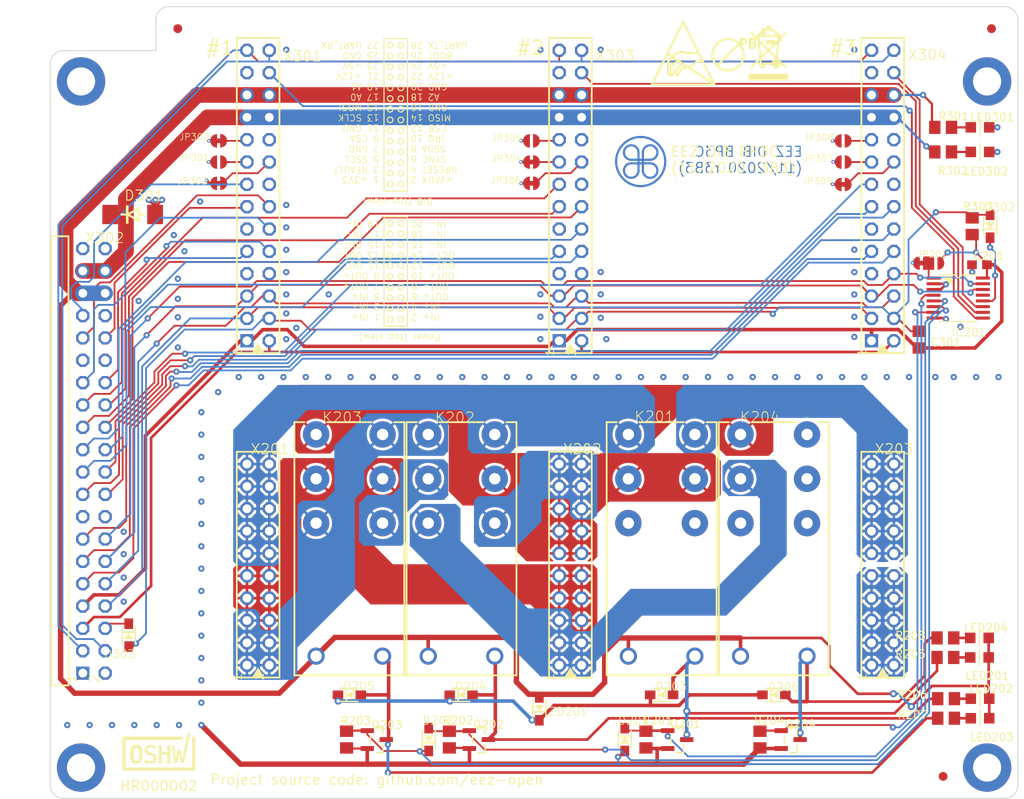
<source format=kicad_pcb>
(kicad_pcb (version 20211014) (generator pcbnew)
  (layers (0 "F.Cu" signal) (1 "In1.Cu" power) (2 "In2.Cu" mixed) (31 "B.Cu" signal) (34 "B.Paste" user) (35 "F.Paste" user) (36 "B.SilkS" user "B.Silkscreen") (37 "F.SilkS" user "F.Silkscreen") (38 "B.Mask" user) (39 "F.Mask" user) (44 "Edge.Cuts" user))
  (net 0 "")
  (net 1 "/EEZ_DIB_BP3C_r3B3_3/UART_RX")
  (net 2 "/EEZ_DIB_BP3C_r3B3_3/UART_TX")
  (net 3 "/EEZ_DIB_BP3C_r3B3_3/+VAUX")
  (net 4 "/EEZ_DIB_BP3C_r3B3_3/~{MRESET}")
  (net 5 "/EEZ_DIB_BP3C_r3B3_3/~{FAULT}")
  (net 6 "/EEZ_DIB_BP3C_r3B3_3/SPI5_IRQ")
  (net 7 "/EEZ_DIB_BP3C_r3B3_3/OE_SYNC")
  (net 8 "/EEZ_DIB_BP3C_r3B3_3/SPI5_CSA")
  (net 9 "/EEZ_DIB_BP3C_r3B3_3/SPI5_CSB")
  (net 10 "/EEZ_DIB_BP3C_r3B3_3/SPI5_CLK")
  (net 11 "/EEZ_DIB_BP3C_r3B3_3/SPI5_MISO")
  (net 12 "/EEZ_DIB_BP3C_r3B3_3/SPI4_IRQ")
  (net 13 "GND")
  (net 14 "+5V")
  (net 15 "/EEZ_DIB_BP3C_r3B3_3/SPI5_MOSI")
  (net 16 "/EEZ_DIB_BP3C_r3B3_3/SPI4_CSB")
  (net 17 "/EEZ_DIB_BP3C_r3B3_3/SPI4_CSA")
  (net 18 "/EEZ_DIB_BP3C_r3B3_3/SPI4_CLK")
  (net 19 "/EEZ_DIB_BP3C_r3B3_3/SPI4_MISO")
  (net 20 "+12V")
  (net 21 "/EEZ_DIB_BP3C_r3B3_3/SPI2_IRQ")
  (net 22 "/EEZ_DIB_BP3C_r3B3_3/SPI4_MOSI")
  (net 23 "+3V3")
  (net 24 "/EEZ_DIB_BP3C_r3B3_3/SPI2_CSB")
  (net 25 "I2C1_SDA")
  (net 26 "I2C1_SCL")
  (net 27 "/EEZ_DIB_BP3C_r3B3_3/SPI2_CSA")
  (net 28 "/EEZ_DIB_BP3C_r3B3_3/SPI4_CSC")
  (net 29 "/EEZ_DIB_BP3C_r3B3_3/SPI2_MISO")
  (net 30 "/EEZ_DIB_BP3C_r3B3_3/SPI2_CLK")
  (net 31 "/EEZ_DIB_BP3C_r3B3_3/SPI2_MOSI")
  (net 32 "/EEZ_DIB_BP3C_r3B3_3/SPI5_CSC")
  (net 33 "/EEZ_DIB_BP3C_r3B3_3/~{RESET}")
  (net 34 "/EEZ_DIB_BP3C_r3B3_2/OUT_SRA")
  (net 35 "/EEZ_DIB_BP3C_r3B3_2/OUT_SER")
  (net 36 "/EEZ_DIB_BP3C_r3B3_2/OUT_PAR")
  (net 37 "/EEZ_DIB_BP3C_r3B3_2/OUT_CGND")
  (net 38 "/EEZ_DIB_BP3C_r3B3_2/CH2_OUT+")
  (net 39 "/EEZ_DIB_BP3C_r3B3_2/CH1_OUT-")
  (net 40 "/EEZ_DIB_BP3C_r3B3_2/CH2_IN-")
  (net 41 "/EEZ_DIB_BP3C_r3B3_2/CH2_OUT-")
  (net 42 "/EEZ_DIB_BP3C_r3B3_2/CH1_OUT+")
  (net 43 "/EEZ_DIB_BP3C_r3B3_2/CH1_IN+")
  (net 44 "/EEZ_DIB_BP3C_r3B3_2/CH2_IN+")
  (net 45 "BOOT1")
  (net 46 "BOOT2")
  (net 47 "/EEZ_DIB_BP3C_r3B3_2/CH3-")
  (net 48 "BOOT3")
  (net 49 "PROG_RST")
  (net 50 "/EEZ_DIB_BP3C_r3B3_2/CH3+")
  (net 51 "Net-(JP307-Pad2)")
  (net 52 "Net-(JP309-Pad1)")
  (net 53 "Net-(JP308-Pad2)")
  (net 55 "Net-(JP304-Pad2)")
  (net 56 "Net-(JP306-Pad1)")
  (net 57 "Net-(JP305-Pad2)")
  (net 59 "Net-(JP301-Pad2)")
  (net 60 "Net-(JP303-Pad1)")
  (net 61 "Net-(JP302-Pad2)")
  (net 63 "Net-(D206-PadA)")
  (net 64 "Net-(D205-PadA)")
  (net 65 "Net-(D204-PadA)")
  (net 66 "Net-(D203-PadA)")
  (net 67 "Net-(D203-PadC)")
  (net 68 "Net-(K202-Pad11A)")
  (net 72 "Net-(LED301-PadA)")
  (net 73 "Net-(LED302-PadA)")
  (net 74 "Net-(LED204-PadC)")
  (net 75 "Net-(LED203-PadC)")
  (net 76 "Net-(LED202-PadC)")
  (net 77 "Net-(LED201-PadC)")
  (net 78 "Net-(IC201-Pad1)")
  (footprint "EEZ_DIB_BP3C_r3B3:SOD323-R" (layer "F.Cu") (at 466.34984 139.06084 -90)
    (fp_text reference "D303")
    (fp_text value "BAS316")
  )
  (footprint "EEZ_DIB_BP3C_r3B3:JP3-CUT" (layer "F.Cu") (at 557.28184 96.76984)
    (fp_text reference "JP201")
    (fp_text value "JP3-CUT" hide)
  )
  (footprint "EEZ_DIB_BP3C_r3B3:TSW-114-07-F-D" (layer "F.Cu") (at 550.78934 72.57934 -90)
    (fp_text reference "X304")
    (fp_text value "DS1023-2*14S21")
  )
  (footprint "EEZ_DIB_BP3C_r3B3:R0805" (layer "F.Cu") (at 562.23484 92.57884 90)
    (fp_text reference "R303")
    (fp_text value "10K")
  )
  (footprint "EEZ_DIB_BP3C_r3B3:LED_0805" (layer "F.Cu") (at 563.12384 81.33934 -90)
    (fp_text reference "LED301")
    (fp_text value "N.C.")
  )
  (footprint "EEZ_DIB_BP3C_r3B3:JP2-NOCUT" (layer "F.Cu") (at 547.56634 87.82434 180)
    (fp_text reference "JP309")
    (fp_text value "JP2-NOCUT" hide)
  )
  (footprint "EEZ_DIB_BP3C_r3B3:SOD323-R" (layer "F.Cu") (at 526.92884 145.85534)
    (fp_text reference "D203")
    (fp_text value "BAS316")
  )
  (footprint "EEZ_DIB_BP3C_r3B3:SOD323-R" (layer "F.Cu") (at 491.43234 145.85534)
    (fp_text reference "D205")
    (fp_text value "BAS316")
  )
  (footprint "EEZ_DIB_BP3C_r3B3:JP2-NOCUT" (layer "F.Cu") (at 512.13334 85.28434)
    (fp_text reference "JP304")
    (fp_text value "JP2-NOCUT" hide)
  )
  (footprint "EEZ_DIB_BP3C_r3B3:ZL212-40KG" (layer "F.Cu") (at 461.12934 95.11934 -90)
    (fp_text reference "X302")
    (fp_text value "DS1022-2*20RF11")
  )
  (footprint "EEZ_DIB_BP3C_r3B3:R0805" (layer "F.Cu") (at 538.10484 150.93534 90)
    (fp_text reference "R204")
    (fp_text value "100K")
  )
  (footprint "EEZ_DIB_BP3C_r3B3:JP2-NOCUT" (layer "F.Cu") (at 476.57334 82.87134)
    (fp_text reference "JP302")
    (fp_text value "JP2-NOCUT" hide)
  )
  (footprint "EEZ_DIB_BP3C_r3B3:PW(R-PDSO-G16)" (layer "F.Cu") (at 560.64734 100.77034)
    (fp_text reference "IC201")
    (fp_text value "TCA9534PWR")
  )
  (footprint "EEZ_DIB_BP3C_r3B3:DS1021-2*10SF11" (layer "F.Cu") (at 515.28934 119.61934 -90)
    (fp_text reference "X202")
    (fp_text value "ZL202-20G")
  )
  (footprint "EEZ_DIB_BP3C_r3B3:JP2-CUT" (layer "F.Cu") (at 547.56634 82.87134)
    (fp_text reference "JP308")
    (fp_text value "JP2-CUT" hide)
  )
  (footprint "EEZ_DIB_BP3C_r3B3:FIDUCIAL" (layer "F.Cu") (at 564.42934 70.11934)
    (fp_text reference "FM201" hide)
    (fp_text value "FIDUCIAL" hide)
  )
  (footprint "EEZ_DIB_BP3C_r3B3:C0603" (layer "F.Cu") (at 563.06034 96.96034 180)
    (fp_text reference "C201")
    (fp_text value "100n")
  )
  (footprint "EEZ_DIB_BP3C_r3B3:SOD323-R" (layer "F.Cu") (at 504.13234 145.85534)
    (fp_text reference "D204")
    (fp_text value "BAS316")
  )
  (footprint "EEZ_DIB_BP3C_r3B3:LED_0805" (layer "F.Cu") (at 563.12384 148.50964 90)
    (fp_text reference "LED203")
    (fp_text value "N.C.")
  )
  (footprint "EEZ_DIB_BP3C_r3B3:SOD323-R" (layer "F.Cu") (at 539.69234 145.85534)
    (fp_text reference "D206")
    (fp_text value "BAS316")
  )
  (footprint "EEZ_DIB_BP3C_r3B3:R0805" (layer "F.Cu") (at 559.18684 139.37834 180)
    (fp_text reference "R208")
    (fp_text value "N.C.")
  )
  (footprint "EEZ_DIB_BP3C_r3B3:JP2-CUT" (layer "F.Cu") (at 547.56634 85.28434)
    (fp_text reference "JP307")
    (fp_text value "JP2-CUT" hide)
  )
  (footprint "EEZ_DIB_BP3C_r3B3:RT-C_016A5_ROUND" (layer "F.Cu") (at 491.42934 130.11934 90)
    (fp_text reference "K203")
    (fp_text value "RT424005")
  )
  (footprint "EEZ_DIB_BP3C_r3B3:SOD323-R" (layer "F.Cu") (at 564.26684 92.57884 90)
    (fp_text reference "D302")
    (fp_text value "BAS316")
  )
  (footprint "EEZ_DIB_BP3C_r3B3:SOT103P240X110-3N" (layer "F.Cu") (at 506.15164 150.93534)
    (property "Value" "")
    (fp_text reference "Q202")
    (fp_text value "2N7002")
  )
  (footprint "EEZ_DIB_BP3C_r3B3:LED_0805" (layer "F.Cu") (at 563.06034 139.37834 90)
    (fp_text reference "LED204")
    (fp_text value "N.C.")
  )
  (footprint "EEZ_DIB_BP3C_r3B3:R0805" (layer "F.Cu") (at 559.26304 148.50964 180)
    (fp_text reference "R207")
    (fp_text value "N.C.")
  )
  (footprint "EEZ_DIB_BP3C_r3B3:R0805" (layer "F.Cu") (at 559.26304 146.28714 180)
    (fp_text reference "R206")
    (fp_text value "N.C.")
  )
  (footprint "EEZ_DIB_BP3C_r3B3:JP2-NOCUT" (layer "F.Cu") (at 512.13334 87.69734 180)
    (fp_text reference "JP306")
    (fp_text value "JP2-NOCUT" hide)
  )
  (footprint "EEZ_DIB_BP3C_r3B3:LED_0805" (layer "F.Cu") (at 563.12384 146.28714 90)
    (fp_text reference "LED202")
    (fp_text value "N.C.")
  )
  (footprint "EEZ_DIB_BP3C_r3B3:SOT103P240X110-3N" (layer "F.Cu") (at 528.70684 150.93534)
    (property "Value" "")
    (fp_text reference "Q201")
    (fp_text value "2N7002")
  )
  (footprint "EEZ_DIB_BP3C_r3B3:JP2-CUT" (layer "F.Cu") (at 512.13334 82.87134)
    (fp_text reference "JP305")
    (fp_text value "JP2-CUT" hide)
  )
  (footprint "EEZ_DIB_BP3C_r3B3:PB_SMALL" (layer "F.Cu") (at 534.48084 73.08534 180)
    (fp_text reference "U$5" hide)
    (fp_text value "" hide)
  )
  (footprint "EEZ_DIB_BP3C_r3B3:SOT103P240X110-3N" (layer "F.Cu") (at 541.59734 150.93534)
    (property "Value" "")
    (fp_text reference "Q204")
    (fp_text value "2N7002")
  )
  (footprint "EEZ_DIB_BP3C_r3B3:SOD323-R" (layer "F.Cu") (at 500.44934 150.93534 90)
    (fp_text reference "D202")
    (fp_text value "N.C.")
  )
  (footprint "EEZ_DIB_BP3C_r3B3:JP2-CUT" (layer "F.Cu") (at 476.57334 85.28434)
    (fp_text reference "JP301")
    (fp_text value "JP2-CUT" hide)
  )
  (footprint "EEZ_DIB_BP3C_r3B3:DS1021-2*10SF11" (layer "F.Cu") (at 479.78934 119.61934 -90)
    (fp_text reference "X201")
    (fp_text value "ZL202-20G")
  )
  (footprint "EEZ_DIB_BP3C_r3B3:SOT103P240X110-3N" (layer "F.Cu") (at 494.54384 150.93534)
    (property "Value" "")
    (fp_text reference "Q203")
    (fp_text value "2N7002")
  )
  (footprint "EEZ_DIB_BP3C_r3B3:R0805" (layer "F.Cu") (at 525.15084 150.93534 90)
    (fp_text reference "R201")
    (fp_text value "100K")
  )
  (footprint "EEZ_DIB_BP3C_r3B3:SOD323-R" (layer "F.Cu") (at 513.02234 147.44284 90)
    (fp_text reference "ZD201")
    (fp_text value "MM3Z18VT1G")
  )
  (footprint "EEZ_DIB_BP3C_r3B3:JP2-NOCUT" (layer "F.Cu") (at 476.57334 87.69734 180)
    (fp_text reference "JP303")
    (fp_text value "JP2-NOCUT" hide)
  )
  (footprint "EEZ_DIB_BP3C_r3B3:LED_0805" (layer "F.Cu") (at 563.06034 141.60084 90)
    (fp_text reference "LED201")
    (fp_text value "N.C.")
  )
  (footprint "EEZ_DIB_BP3C_r3B3:C0805" (layer "F.Cu") (at 556.20234 105.46934 -90)
    (fp_text reference "C301")
    (fp_text value "1n")
  )
  (footprint "EEZ_DIB_BP3C_r3B3:RT-C_016A5_ROUND" (layer "F.Cu") (at 504.17934 130.11934 90)
    (fp_text reference "K202")
    (fp_text value "RT424005")
  )
  (footprint "EEZ_DIB_BP3C_r3B3:TSW-114-07-F-D" (layer "F.Cu") (at 515.28934 72.57934 -90)
    (fp_text reference "X303")
    (fp_text value "DS1023-2*14S21")
  )
  (footprint "EEZ_DIB_BP3C_r3B3:R0805" (layer "F.Cu") (at 491.11484 150.93534 90)
    (fp_text reference "R203")
    (fp_text value "100K")
  )
  (footprint "EEZ_DIB_BP3C_r3B3:R0805" (layer "F.Cu") (at 559.18684 141.60084 180)
    (fp_text reference "R205")
    (fp_text value "N.C.")
  )
  (footprint "EEZ_DIB_BP3C_r3B3:FIDUCIAL" (layer "F.Cu") (at 471.92934 70.11934)
    (fp_text reference "FM202" hide)
    (fp_text value "FIDUCIAL" hide)
  )
  (footprint "EEZ_DIB_BP3C_r3B3:ESD_SYMBOL" (layer "F.Cu") (at 525.81834 76.47084)
    (fp_text reference "U$4" hide)
    (fp_text value "" hide)
  )
  (footprint "EEZ_DIB_BP3C_r3B3:SIGNATURE_5MM" (layer "F.Cu") (at 524.54864 85.22554 180)
    (fp_text reference "EEZ_SIGNATURE0" hide)
    (fp_text value "SIGNATURESMALL" hide)
  )
  (footprint "EEZ_DIB_BP3C_r3B3:LED_0805" (layer "F.Cu") (at 563.12384 84.13334 -90)
    (fp_text reference "LED302")
    (fp_text value "N.C.")
  )
  (footprint "EEZ_DIB_BP3C_r3B3:CERT-SMALL-SILK" (layer "F.Cu") (at 469.77884 154.49134)
    (fp_text reference "LABEL201" hide)
    (fp_text value "HR000002")
  )
  (footprint "EEZ_DIB_BP3C_r3B3:TSW-114-07-F-D" (layer "F.Cu") (at 479.78934 72.57934 -90)
    (fp_text reference "X301")
    (fp_text value "DS1023-2*14S21")
  )
  (footprint "EEZ_DIB_BP3C_r3B3:RT-C_016A5_ROUND" (layer "F.Cu") (at 539.67934 130.11934 90)
    (fp_text reference "K204")
    (fp_text value "RT424005")
  )
  (footprint "EEZ_DIB_BP3C_r3B3:RT-C_016A5_ROUND" (layer "F.Cu") (at 526.92934 130.11934 90)
    (fp_text reference "K201")
    (fp_text value "RT424005")
  )
  (footprint "EEZ_DIB_BP3C_r3B3:RECYCLE_BIN1_8" (layer "F.Cu") (at 536.77584 76.00434)
    (fp_text reference "U$2" hide)
    (fp_text value "" hide)
  )
  (footprint "EEZ_DIB_BP3C_r3B3:R0805" (layer "F.Cu") (at 558.93284 84.13334)
    (fp_text reference "R302")
    (fp_text value "N.C.")
  )
  (footprint "EEZ_DIB_BP3C_r3B3:DO214AA" (layer "F.Cu") (at 466.79434 91.24534)
    (fp_text reference "D301")
    (fp_text value "N.C.")
  )
  (footprint "EEZ_DIB_BP3C_r3B3:R0805" (layer "F.Cu") (at 502.79884 150.93534 90)
    (fp_text reference "R202")
    (fp_text value "100K")
  )
  (footprint "EEZ_DIB_BP3C_r3B3:DS1021-2*10SF11" (layer "F.Cu") (at 550.78934 119.61934 -90)
    (fp_text reference "X203")
    (fp_text value "ZL202-20G")
  )
  (footprint "EEZ_DIB_BP3C_r3B3:SOD323-R" (layer "F.Cu") (at 522.73784 150.93534 -90)
    (fp_text reference "D201")
    (fp_text value "N.C.")
  )
  (footprint "EEZ_DIB_BP3C_r3B3:FIDUCIAL" (layer "F.Cu") (at 558.92934 155.11934)
    (fp_text reference "FM203" hide)
    (fp_text value "FIDUCIAL" hide)
  )
  (footprint "EEZ_DIB_BP3C_r3B3:R0805" (layer "F.Cu") (at 558.93284 81.33934)
    (fp_text reference "R301")
    (fp_text value "N.C.")
  )
  (gr_circle (center 497.28069 85.34619) (end 497.59819 85.34619) (layer "F.SilkS") (width 0.127) (fill none))
  (gr_circle (center 496.06784 95.86179) (end 496.38534 95.86179) (layer "F.SilkS") (width 0.127) (fill none))
  (gr_circle (center 496.06784 92.22324) (end 496.38534 92.22324) (layer "F.SilkS") (width 0.127) (fill none))
  (gr_circle (center 497.28069 94.64894) (end 497.59819 94.64894) (layer "F.SilkS") (width 0.127) (fill none))
  (gr_circle (center 497.28069 78.06909) (end 497.59819 78.06909) (layer "F.SilkS") (width 0.127) (fill none))
  (gr_circle (center 496.06784 93.43609) (end 496.38534 93.43609) (layer "F.SilkS") (width 0.127) (fill none))
  (gr_circle (center 496.06784 82.92049) (end 496.38534 82.92049) (layer "F.SilkS") (width 0.127) (fill none))
  (gr_circle (center 496.06784 72.00484) (end 496.38534 72.00484) (layer "F.SilkS") (width 0.127) (fill none))
  (gr_circle (center 496.06784 101.92604) (end 496.38534 101.92604) (layer "F.SilkS") (width 0.127) (fill none))
  (gr_circle (center 496.06784 78.06909) (end 496.38534 78.06909) (layer "F.SilkS") (width 0.127) (fill none))
  (gr_circle (center 496.06784 81.70764) (end 496.38534 81.70764) (layer "F.SilkS") (width 0.127) (fill none))
  (gr_circle (center 496.06784 87.77189) (end 496.38534 87.77189) (layer "F.SilkS") (width 0.127) (fill none))
  (gr_circle (center 496.06784 74.43054) (end 496.38534 74.43054) (layer "F.SilkS") (width 0.127) (fill none))
  (gr_circle (center 496.06784 79.28194) (end 496.38534 79.28194) (layer "F.SilkS") (width 0.127) (fill none))
  (gr_circle (center 496.06784 76.85624) (end 496.38534 76.85624) (layer "F.SilkS") (width 0.127) (fill none))
  (gr_circle (center 496.06784 100.71319) (end 496.38534 100.71319) (layer "F.SilkS") (width 0.127) (fill none))
  (gr_circle (center 496.06784 94.64894) (end 496.38534 94.64894) (layer "F.SilkS") (width 0.127) (fill none))
  (gr_circle (center 496.06784 103.13889) (end 496.38534 103.13889) (layer "F.SilkS") (width 0.127) (fill none))
  (gr_line (start 498.03634 71.24284) (end 498.03634 88.57834) (layer "F.SilkS") (width 0.127))
  (gr_circle (center 496.06784 75.64339) (end 496.38534 75.64339) (layer "F.SilkS") (width 0.127) (fill none))
  (gr_circle (center 496.06784 84.13334) (end 496.38534 84.13334) (layer "F.SilkS") (width 0.127) (fill none))
  (gr_circle (center 497.28069 86.55904) (end 497.59819 86.55904) (layer "F.SilkS") (width 0.127) (fill none))
  (gr_circle (center 496.06784 98.28749) (end 496.38534 98.28749) (layer "F.SilkS") (width 0.127) (fill none))
  (gr_circle (center 497.28069 76.85624) (end 497.59819 76.85624) (layer "F.SilkS") (width 0.127) (fill none))
  (gr_circle (center 497.28069 75.64339) (end 497.59819 75.64339) (layer "F.SilkS") (width 0.127) (fill none))
  (gr_circle (center 497.28069 92.22324) (end 497.59819 92.22324) (layer "F.SilkS") (width 0.127) (fill none))
  (gr_circle (center 497.28069 74.43054) (end 497.59819 74.43054) (layer "F.SilkS") (width 0.127) (fill none))
  (gr_line (start 495.36934 88.57834) (end 498.03634 88.57834) (layer "F.SilkS") (width 0.127))
  (gr_circle (center 496.06784 73.21769) (end 496.38534 73.21769) (layer "F.SilkS") (width 0.127) (fill none))
  (gr_circle (center 497.28069 73.21769) (end 497.59819 73.21769) (layer "F.SilkS") (width 0.127) (fill none))
  (gr_circle (center 496.06784 86.55904) (end 496.38534 86.55904) (layer "F.SilkS") (width 0.127) (fill none))
  (gr_line (start 495.36934 91.49934) (end 498.03634 91.49934) (layer "F.SilkS") (width 0.127))
  (gr_circle (center 497.28069 95.86179) (end 497.59819 95.86179) (layer "F.SilkS") (width 0.127) (fill none))
  (gr_line (start 498.03634 91.49934) (end 498.03634 103.94534) (layer "F.SilkS") (width 0.127))
  (gr_circle (center 496.06784 85.34619) (end 496.38534 85.34619) (layer "F.SilkS") (width 0.127) (fill none))
  (gr_circle (center 497.28069 103.13889) (end 497.59819 103.13889) (layer "F.SilkS") (width 0.127) (fill none))
  (gr_circle (center 497.28069 87.77189) (end 497.59819 87.77189) (layer "F.SilkS") (width 0.127) (fill none))
  (gr_circle (center 497.28069 80.49479) (end 497.59819 80.49479) (layer "F.SilkS") (width 0.127) (fill none))
  (gr_line (start 495.36934 71.24284) (end 498.03634 71.24284) (layer "F.SilkS") (width 0.127))
  (gr_circle (center 497.28069 99.50034) (end 497.59819 99.50034) (layer "F.SilkS") (width 0.127) (fill none))
  (gr_circle (center 497.28069 97.07464) (end 497.59819 97.07464) (layer "F.SilkS") (width 0.127) (fill none))
  (gr_circle (center 496.06784 80.49479) (end 496.38534 80.49479) (layer "F.SilkS") (width 0.127) (fill none))
  (gr_circle (center 497.28069 79.28194) (end 497.59819 79.28194) (layer "F.SilkS") (width 0.127) (fill none))
  (gr_circle (center 497.28069 84.13334) (end 497.59819 84.13334) (layer "F.SilkS") (width 0.127) (fill none))
  (gr_circle (center 497.28069 81.70764) (end 497.59819 81.70764) (layer "F.SilkS") (width 0.127) (fill none))
  (gr_circle (center 497.28069 82.92049) (end 497.59819 82.92049) (layer "F.SilkS") (width 0.127) (fill none))
  (gr_circle (center 497.28069 101.92604) (end 497.59819 101.92604) (layer "F.SilkS") (width 0.127) (fill none))
  (gr_circle (center 497.28069 98.28749) (end 497.59819 98.28749) (layer "F.SilkS") (width 0.127) (fill none))
  (gr_circle (center 497.28069 100.71319) (end 497.59819 100.71319) (layer "F.SilkS") (width 0.127) (fill none))
  (gr_line (start 495.36934 91.49934) (end 495.36934 103.94534) (layer "F.SilkS") (width 0.127))
  (gr_circle (center 496.06784 97.07464) (end 496.38534 97.07464) (layer "F.SilkS") (width 0.127) (fill none))
  (gr_circle (center 496.06784 99.50034) (end 496.38534 99.50034) (layer "F.SilkS") (width 0.127) (fill none))
  (gr_circle (center 497.28069 72.00484) (end 497.59819 72.00484) (layer "F.SilkS") (width 0.127) (fill none))
  (gr_circle (center 497.28069 93.43609) (end 497.59819 93.43609) (layer "F.SilkS") (width 0.127) (fill none))
  (gr_line (start 495.36934 71.24284) (end 495.36934 88.57834) (layer "F.SilkS") (width 0.127))
  (gr_line (start 495.36934 103.94534) (end 498.03634 103.94534) (layer "F.SilkS") (width 0.127))
  (gr_arc (start 565.92934 67.61934) (mid 566.99 68.05868) (end 567.42934 69.11934) (layer "Edge.Cuts") (width 0.1))
  (gr_line (start 567.42934 156.11934) (end 567.42934 69.11934) (layer "Edge.Cuts") (width 0.1))
  (gr_line (start 469.42934 69.11934) (end 469.42934 72.61934) (layer "Edge.Cuts") (width 0.1))
  (gr_arc (start 469.42934 69.11934) (mid 469.86868 68.05868) (end 470.92934 67.61934) (layer "Edge.Cuts") (width 0.1))
  (gr_line (start 565.92934 67.61934) (end 470.92934 67.61934) (layer "Edge.Cuts") (width 0.1))
  (gr_line (start 469.42934 72.61934) (end 458.92934 72.61934) (layer "Edge.Cuts") (width 0.1))
  (gr_line (start 458.92934 157.61934) (end 565.92934 157.61934) (layer "Edge.Cuts") (width 0.1))
  (gr_line (start 457.42934 74.11934) (end 457.42934 156.11934) (layer "Edge.Cuts") (width 0.1))
  (gr_arc (start 458.92934 157.61934) (mid 457.86868 157.18) (end 457.42934 156.11934) (layer "Edge.Cuts") (width 0.1))
  (gr_arc (start 457.42934 74.11934) (mid 457.86868 73.05868) (end 458.92934 72.61934) (layer "Edge.Cuts") (width 0.1))
  (gr_arc (start 567.42934 156.11934) (mid 566.99 157.18) (end 565.92934 157.61934) (layer "Edge.Cuts") (width 0.1))
  (gr_text "EEZ DIB BP3C\n(11/2020 r3B3)" (at 543.02304 86.62064) (layer "B.Cu") (effects (font (size 1.143 1.143) (thickness 0.127)) (justify left bottom mirror)))
  (gr_text "Power (top view)" (at 501.90984 104.77084 180) (layer "F.SilkS") (effects (font (size 0.73152 0.73152) (thickness 0.08128)) (justify left bottom)))
  (gr_text "EEZ DIB BP3C\n(11/2020 r3B3)" (at 527.90554 86.62064) (layer "F.SilkS") (effects (font (size 1.143 1.143) (thickness 0.127)) (justify left bottom)))
  (gr_text "Project source code: github.com/eez-open" (at 475.51804 156.15314) (layer "F.SilkS") (effects (font (size 1.143 1.143) (thickness 0.127)) (justify left bottom)))
  (gr_text "+VAUX 2\nNRESET 4\nSYNC 6\nSSDA 8\nIRQ 10\nCSB 12\nMISO 14\nGND 16\nA2 18\nGND 20\n+12V 22\n+5V 24\nBOOT 26\nUART_TX 28" (at 498.35384 71.56034 180) (layer "F.SilkS") (effects (font (size 0.73152 0.73152) (thickness 0.08128)) (justify right bottom)))
  (gr_text "DIB (top view)" (at 500.95734 89.34034 180) (layer "F.SilkS") (effects (font (size 0.73152 0.73152) (thickness 0.08128)) (justify left bottom)))
  (gr_text "#1" (at 475.04934 73.21934) (layer "F.SilkS") (effects (font (size 1.6002 1.6002) (thickness 0.1778)) (justify left bottom)))
  (gr_text "1 +3V3\n3 NFAULT\n5 SSCL\n7 GND\n9 CSA\n11 GND\n13 SCLK\n15 MOSI\n17 A0\n19 A1\n21 +12V\n23 +5V\n25 GND\n27 UART_RX" (at 494.86134 71.56034 180) (layer "F.SilkS") (effects (font (size 0.73152 0.73152) (thickness 0.08128)) (justify left bottom)))
  (gr_text "#3" (at 545.91534 73.21934) (layer "F.SilkS") (effects (font (size 1.6002 1.6002) (thickness 0.1778)) (justify left bottom)))
  (gr_text "#2" (at 510.35534 73.21934) (layer "F.SilkS") (effects (font (size 1.6002 1.6002) (thickness 0.1778)) (justify left bottom)))
  (gr_text "1 IN+\n3 IN+\n5 IN+\n7 OUT+\n9 OUT+\n11 OUT-\n13 OUT-\n15 OUT-\n17 IN-\n19 IN-" (at 494.92484 91.88034 180) (layer "F.SilkS") (effects (font (size 0.73152 0.73152) (thickness 0.08128)) (justify left bottom)))
  (gr_text "IN+ 2\nIN+ 4\nOUT+ 6\nOUT+ 8\nOUT+ 10\nOUT- 12\nOUT- 14\nIN- 16\nIN- 18\nIN- 20" (at 498.41734 91.88034 180) (layer "F.SilkS") (effects (font (size 0.73152 0.73152) (thickness 0.08128)) (justify right bottom)))
  (via (at 460.92934 154.11934) (size 5.5) (drill 3.2) (layers "F.Cu" "B.Cu") (net 0))
  (via (at 563.92934 154.11934) (size 5.5) (drill 3.2) (layers "F.Cu" "B.Cu") (net 0))
  (via (at 563.92934 76.11934) (size 5.5) (drill 3.2) (layers "F.Cu" "B.Cu") (net 0))
  (via (at 460.92934 76.11934) (size 5.5) (drill 3.2) (layers "F.Cu" "B.Cu") (net 0))
  (segment (start 515.24484 73.85434) (end 549.51434 73.85434) (width 0.2032) (layer "F.Cu") (net 1))
  (segment (start 481.08184 73.85434) (end 515.24484 73.85434) (width 0.2032) (layer "F.Cu") (net 1))
  (segment (start 515.28934 72.57934) (end 515.28934 73.80984) (width 0.2032) (layer "F.Cu") (net 1))
  (segment (start 479.78934 72.57934) (end 479.80684 72.57934) (width 0.2032) (layer "F.Cu") (net 1))
  (segment (start 515.28934 73.80984) (end 515.24484 73.85434) (width 0.2032) (layer "F.Cu") (net 1))
  (segment (start 549.51434 73.85434) (end 550.78934 72.57934) (width 0.2032) (layer "F.Cu") (net 1))
  (segment (start 479.80684 72.57934) (end 481.08184 73.85434) (width 0.2032) (layer "F.Cu") (net 1))
  (segment (start 458.34884 92.45184) (end 478.22134 72.57934) (width 0.2032) (layer "B.Cu") (net 1))
  (segment (start 458.34884 92.45184) (end 458.34884 138.05884) (width 0.2032) (layer "B.Cu") (net 1))
  (segment (start 479.78934 72.57934) (end 478.22134 72.57934) (width 0.2032) (layer "B.Cu") (net 1))
  (segment (start 458.34884 138.05884) (end 461.12934 140.83934) (width 0.2032) (layer "B.Cu") (net 1))
  (segment (start 463.66934 140.83934) (end 462.33534 139.50534) (width 0.2032) (layer "B.Cu") (net 2))
  (segment (start 458.79334 92.58684) (end 477.52584 73.85434) (width 0.2032) (layer "B.Cu") (net 2))
  (segment (start 482.32934 73.81334) (end 482.28834 73.85434) (width 0.2032) (layer "B.Cu") (net 2))
  (segment (start 552.05434 73.85434) (end 553.32934 72.57934) (width 0.2032) (layer "B.Cu") (net 2))
  (segment (start 482.28834 73.85434) (end 517.78484 73.85434) (width 0.2032) (layer "B.Cu") (net 2))
  (segment (start 517.82934 73.80984) (end 517.78484 73.85434) (width 0.2032) (layer "B.Cu") (net 2))
  (segment (start 482.32934 72.57934) (end 482.32934 73.81334) (width 0.2032) (layer "B.Cu") (net 2))
  (segment (start 477.52584 73.85434) (end 482.28834 73.85434) (width 0.2032) (layer "B.Cu") (net 2))
  (segment (start 462.33534 139.50534) (end 460.38084 139.50534) (width 0.2032) (layer "B.Cu") (net 2))
  (segment (start 458.79334 137.91784) (end 458.79334 92.58684) (width 0.2032) (layer "B.Cu") (net 2))
  (segment (start 517.78484 73.85434) (end 552.05434 73.85434) (width 0.2032) (layer "B.Cu") (net 2))
  (segment (start 460.38084 139.50534) (end 458.79334 137.91784) (width 0.2032) (layer "B.Cu") (net 2))
  (segment (start 517.82934 72.57934) (end 517.82934 73.80984) (width 0.2032) (layer "B.Cu") (net 2))
  (segment (start 483.87584 106.87434) (end 517.82934 106.87434) (width 0.3048) (layer "F.Cu") (net 3))
  (segment (start 482.41534 106.87434) (end 483.87584 106.87434) (width 0.3048) (layer "F.Cu") (net 3))
  (segment (start 468.88984 133.47284) (end 468.88984 116.64534) (width 0.3048) (layer "F.Cu") (net 3))
  (segment (start 482.32934 106.78834) (end 482.41534 106.87434) (width 0.3048) (layer "F.Cu") (net 3))
  (segment (start 517.82934 106.87434) (end 552.05434 106.87434) (width 0.3048) (layer "F.Cu") (net 3))
  (segment (start 461.12934 138.29934) (end 461.12934 138.27714) (width 0.3048) (layer "F.Cu") (net 3))
  (segment (start 465.34144 137.01144) (end 467.87384 134.47904) (width 0.3048) (layer "F.Cu") (net 3))
  (segment (start 482.32934 105.59934) (end 482.32934 106.78834) (width 0.3048) (layer "F.Cu") (net 3))
  (segment (start 517.82934 105.59934) (end 517.82934 106.87434) (width 0.3048) (layer "F.Cu") (net 3))
  (segment (start 552.05434 106.87434) (end 553.32934 105.59934) (width 0.3048) (layer "F.Cu") (net 3))
  (segment (start 478.66084 106.87434) (end 482.41534 106.87434) (width 0.3048) (layer "F.Cu") (net 3))
  (segment (start 467.87384 134.47904) (end 467.88364 134.47904) (width 0.3048) (layer "F.Cu") (net 3))
  (segment (start 467.88364 134.47904) (end 468.88984 133.47284) (width 0.3048) (layer "F.Cu") (net 3))
  (segment (start 461.12934 138.27714) (end 462.39504 137.01144) (width 0.3048) (layer "F.Cu") (net 3))
  (segment (start 462.39504 137.01144) (end 465.34144 137.01144) (width 0.3048) (layer "F.Cu") (net 3))
  (segment (start 468.88984 116.64534) (end 478.66084 106.87434) (width 0.3048) (layer "F.Cu") (net 3))
  (segment (start 466.34984 137.76084) (end 464.20784 137.76084) (width 0.2032) (layer "F.Cu") (net 4))
  (segment (start 464.20784 137.76084) (end 463.66934 138.29934) (width 0.2032) (layer "F.Cu") (net 4))
  (segment (start 515.28934 103.05934) (end 515.82134 103.05934) (width 0.2032) (layer "F.Cu") (net 5))
  (segment (start 549.59834 101.85784) (end 550.79984 103.05934) (width 0.2032) (layer "F.Cu") (net 5))
  (segment (start 515.82134 103.05934) (end 517.02284 101.85784) (width 0.2032) (layer "F.Cu") (net 5))
  (segment (start 550.78934 103.05934) (end 550.79984 103.05934) (width 0.2032) (layer "F.Cu") (net 5))
  (segment (start 481.05434 101.79434) (end 514.02434 101.79434) (width 0.2032) (layer "F.Cu") (net 5))
  (segment (start 514.02434 101.79434) (end 515.28934 103.05934) (width 0.2032) (layer "F.Cu") (net 5))
  (segment (start 481.05434 101.79434) (end 479.78934 103.05934) (width 0.2032) (layer "F.Cu") (net 5))
  (segment (start 517.02284 101.85784) (end 549.59834 101.85784) (width 0.2032) (layer "F.Cu") (net 5))
  (segment (start 479.78934 103.05934) (end 473.33184 103.05934) (width 0.2032) (layer "B.Cu") (net 5))
  (segment (start 473.33184 103.05934) (end 472.83184 103.55934) (width 0.2032) (layer "B.Cu") (net 5))
  (segment (start 472.47759 103.91359) (end 467.87384 108.51734) (width 0.2032) (layer "B.Cu") (net 5))
  (segment (start 467.87384 131.85014) (end 467.87384 108.51734) (width 0.2032) (layer "B.Cu") (net 5))
  (segment (start 472.83184 103.55934) (end 472.47759 103.91359) (width 0.2032) (layer "B.Cu") (net 5))
  (segment (start 463.96464 135.75934) (end 467.87384 131.85014) (width 0.2032) (layer "B.Cu") (net 5))
  (segment (start 463.66934 135.75934) (end 463.96464 135.75934) (width 0.2032) (layer "B.Cu") (net 5))
  (segment (start 462.39184 131.95684) (end 465.22714 131.95684) (width 0.2032) (layer "F.Cu") (net 6))
  (segment (start 461.12934 133.21934) (end 462.39184 131.95684) (width 0.2032) (layer "F.Cu") (net 6))
  (segment (start 471.76764 110.70974) (end 471.76764 110.66364) (width 0.2032) (layer "F.Cu") (net 6))
  (segment (start 466.87814 130.30584) (end 466.87814 115.59924) (width 0.2032) (layer "F.Cu") (net 6))
  (segment (start 465.22714 131.95684) (end 466.87814 130.30584) (width 0.2032) (layer "F.Cu") (net 6))
  (segment (start 466.87814 115.59924) (end 471.76764 110.70974) (width 0.2032) (layer "F.Cu") (net 6))
  (via (at 471.76764 110.66364) (size 0.7064) (drill 0.3) (layers "F.Cu" "B.Cu") (net 6))
  (segment (start 471.76764 110.66364) (end 473.15704 110.66364) (width 0.2032) (layer "B.Cu") (net 6))
  (segment (start 532.72004 107.63634) (end 486.09834 107.63634) (width 0.2032) (layer "B.Cu") (net 6))
  (segment (start 553.32934 95.42734) (end 552.04234 96.71434) (width 0.2032) (layer "B.Cu") (net 6))
  (segment (start 486.09834 107.63634) (end 484.76484 108.96984) (width 0.2032) (layer "B.Cu") (net 6))
  (segment (start 543.64204 96.71434) (end 552.04234 96.71434) (width 0.2032) (layer "B.Cu") (net 6))
  (segment (start 474.85084 108.96984) (end 473.15704 110.66364) (width 0.2032) (layer "B.Cu") (net 6))
  (segment (start 484.76484 108.96984) (end 474.85084 108.96984) (width 0.2032) (layer "B.Cu") (net 6))
  (segment (start 543.64204 96.71434) (end 532.72004 107.63634) (width 0.2032) (layer "B.Cu") (net 6))
  (segment (start 553.32934 100.50734) (end 552.04234 101.79434) (width 0.2032) (layer "F.Cu") (net 7))
  (segment (start 549.78884 101.28634) (end 518.60834 101.28634) (width 0.2032) (layer "F.Cu") (net 7))
  (segment (start 514.72414 101.79434) (end 514.27964 101.34984) (width 0.2032) (layer "F.Cu") (net 7))
  (segment (start 517.82934 100.50734) (end 517.35734 100.50734) (width 0.2032) (layer "F.Cu") (net 7))
  (segment (start 481.53134 100.51934) (end 482.32934 100.51934) (width 0.2032) (layer "F.Cu") (net 7))
  (segment (start 481.53134 100.51934) (end 480.25634 101.79434) (width 0.2032) (layer "F.Cu") (net 7))
  (segment (start 480.25634 101.79434) (end 479.49434 101.79434) (width 0.2032) (layer "F.Cu") (net 7))
  (segment (start 552.04234 101.79434) (end 550.29684 101.79434) (width 0.2032) (layer "F.Cu") (net 7))
  (segment (start 517.82934 100.50734) (end 518.60834 101.28634) (width 0.2032) (layer "F.Cu") (net 7))
  (segment (start 514.72414 101.79434) (end 516.07034 101.79434) (width 0.2032) (layer "F.Cu") (net 7))
  (segment (start 517.35734 100.50734) (end 516.07034 101.79434) (width 0.2032) (layer "F.Cu") (net 7))
  (segment (start 477.39884 103.88984) (end 471.54884 103.88984) (width 0.2032) (layer "F.Cu") (net 7))
  (segment (start 471.54884 103.88984) (end 469.52484 105.91384) (width 0.2032) (layer "F.Cu") (net 7))
  (segment (start 550.29684 101.79434) (end 549.78884 101.28634) (width 0.2032) (layer "F.Cu") (net 7))
  (segment (start 514.27964 101.34984) (end 483.15984 101.34984) (width 0.2032) (layer "F.Cu") (net 7))
  (segment (start 483.15984 101.34984) (end 482.32934 100.51934) (width 0.2032) (layer "F.Cu") (net 7))
  (segment (start 479.49434 101.79434) (end 477.39884 103.88984) (width 0.2032) (layer "F.Cu") (net 7))
  (via (at 469.52484 105.91384) (size 0.7064) (drill 0.3) (layers "F.Cu" "B.Cu") (net 7))
  (segment (start 463.66934 133.21934) (end 463.68234 133.21934) (width 0.2032) (layer "B.Cu") (net 7))
  (segment (start 467.42934 129.47234) (end 467.42934 108.00934) (width 0.2032) (layer "B.Cu") (net 7))
  (segment (start 463.68234 133.21934) (end 467.42934 129.47234) (width 0.2032) (layer "B.Cu") (net 7))
  (segment (start 467.42934 108.00934) (end 469.52484 105.91384) (width 0.2032) (layer "B.Cu") (net 7))
  (segment (start 461.12934 130.67934) (end 462.40454 129.40414) (width 0.2032) (layer "F.Cu") (net 8))
  (segment (start 471.10724 110.00324) (end 471.22154 109.88894) (width 0.2032) (layer "F.Cu") (net 8))
  (segment (start 464.83054 129.40414) (end 466.47174 127.76294) (width 0.2032) (layer "F.Cu") (net 8))
  (segment (start 466.47174 115.43414) (end 466.47174 127.76294) (width 0.2032) (layer "F.Cu") (net 8))
  (segment (start 462.40454 129.40414) (end 464.83054 129.40414) (width 0.2032) (layer "F.Cu") (net 8))
  (segment (start 466.47174 115.43414) (end 471.10724 110.79864) (width 0.2032) (layer "F.Cu") (net 8))
  (segment (start 471.10724 110.00324) (end 471.10724 110.79864) (width 0.2032) (layer "F.Cu") (net 8))
  (via (at 471.22154 109.88894) (size 0.7064) (drill 0.3) (layers "F.Cu" "B.Cu") (net 8))
  (segment (start 532.59304 107.19184) (end 485.97134 107.19184) (width 0.2032) (layer "B.Cu") (net 8))
  (segment (start 543.47694 96.30794) (end 549.92074 96.30794) (width 0.2032) (layer "B.Cu") (net 8))
  (segment (start 484.59974 108.56344) (end 474.68574 108.56344) (width 0.2032) (layer "B.Cu") (net 8))
  (segment (start 474.68574 108.56344) (end 473.36024 109.88894) (width 0.2032) (layer "B.Cu") (net 8))
  (segment (start 485.97134 107.19184) (end 484.59974 108.56344) (width 0.2032) (layer "B.Cu") (net 8))
  (segment (start 549.92074 96.30794) (end 550.78934 95.43934) (width 0.2032) (layer "B.Cu") (net 8))
  (segment (start 543.47694 96.30794) (end 532.59304 107.19184) (width 0.2032) (layer "B.Cu") (net 8))
  (segment (start 471.22154 109.88894) (end 473.36024 109.88894) (width 0.2032) (layer "B.Cu") (net 8))
  (segment (start 465.23984 126.87684) (end 466.06534 126.05134) (width 0.2032) (layer "F.Cu") (net 9))
  (segment (start 466.06534 115.26904) (end 470.57384 110.76054) (width 0.2032) (layer "F.Cu") (net 9))
  (segment (start 461.12934 128.13934) (end 462.39184 126.87684) (width 0.2032) (layer "F.Cu") (net 9))
  (segment (start 462.39184 126.87684) (end 465.23984 126.87684) (width 0.2032) (layer "F.Cu") (net 9))
  (segment (start 471.76764 109.10154) (end 471.06914 109.10154) (width 0.2032) (layer "F.Cu") (net 9))
  (segment (start 466.06534 126.05134) (end 466.06534 115.26904) (width 0.2032) (layer "F.Cu") (net 9))
  (segment (start 470.57384 109.59684) (end 470.57384 110.76054) (width 0.2032) (layer "F.Cu") (net 9))
  (segment (start 470.57384 109.59684) (end 471.06914 109.10154) (width 0.2032) (layer "F.Cu") (net 9))
  (via (at 471.76764 109.10154) (size 0.7064) (drill 0.3) (layers "F.Cu" "B.Cu") (net 9))
  (segment (start 552.05504 94.16164) (end 545.05174 94.16164) (width 0.2032) (layer "B.Cu") (net 9))
  (segment (start 474.52064 108.15704) (end 473.52534 109.15234) (width 0.2032) (layer "B.Cu") (net 9))
  (segment (start 471.81844 109.15234) (end 471.76764 109.10154) (width 0.2032) (layer "B.Cu") (net 9))
  (segment (start 484.43464 108.15704) (end 474.52064 108.15704) (width 0.2032) (layer "B.Cu") (net 9))
  (segment (start 553.32934 92.88734) (end 552.05504 94.16164) (width 0.2032) (layer "B.Cu") (net 9))
  (segment (start 485.84434 106.74734) (end 484.43464 108.15704) (width 0.2032) (layer "B.Cu") (net 9))
  (segment (start 545.05174 94.16164) (end 532.46604 106.74734) (width 0.2032) (layer "B.Cu") (net 9))
  (segment (start 532.46604 106.74734) (end 485.84434 106.74734) (width 0.2032) (layer "B.Cu") (net 9))
  (segment (start 473.52534 109.15234) (end 471.81844 109.15234) (width 0.2032) (layer "B.Cu") (net 9))
  (segment (start 462.41724 121.77144) (end 464.28734 121.77144) (width 0.2032) (layer "F.Cu") (net 10))
  (segment (start 471.11234 107.81884) (end 469.71534 109.21584) (width 0.2032) (layer "F.Cu") (net 10))
  (segment (start 465.25254 120.80624) (end 465.25254 114.92614) (width 0.2032) (layer "F.Cu") (net 10))
  (segment (start 464.28734 121.77144) (end 465.25254 120.80624) (width 0.2032) (layer "F.Cu") (net 10))
  (segment (start 469.71534 109.21584) (end 469.71534 110.46334) (width 0.2032) (layer "F.Cu") (net 10))
  (segment (start 461.12934 123.05934) (end 462.41724 121.77144) (width 0.2032) (layer "F.Cu") (net 10))
  (segment (start 469.71534 110.46334) (end 465.25254 114.92614) (width 0.2032) (layer "F.Cu") (net 10))
  (segment (start 473.32974 107.81884) (end 471.11234 107.81884) (width 0.2032) (layer "F.Cu") (net 10))
  (via (at 473.32974 107.81884) (size 0.7064) (drill 0.3) (layers "F.Cu" "B.Cu") (net 10))
  (segment (start 546.86784 91.18984) (end 536.26334 101.79434) (width 0.2032) (layer "B.Cu") (net 10))
  (segment (start 536.26334 101.79434) (end 489.65434 101.79434) (width 0.2032) (layer "B.Cu") (net 10))
  (segment (start 484.10444 107.34424) (end 473.80434 107.34424) (width 0.2032) (layer "B.Cu") (net 10))
  (segment (start 473.80434 107.34424) (end 473.32974 107.81884) (width 0.2032) (layer "B.Cu") (net 10))
  (segment (start 550.03014 91.18984) (end 546.86784 91.18984) (width 0.2032) (layer "B.Cu") (net 10))
  (segment (start 489.65434 101.79434) (end 484.10444 107.34424) (width 0.2032) (layer "B.Cu") (net 10))
  (segment (start 550.78934 90.43064) (end 550.03014 91.18984) (width 0.2032) (layer "B.Cu") (net 10))
  (segment (start 465.65894 121.35234) (end 465.65894 115.09124) (width 0.2032) (layer "F.Cu") (net 11))
  (segment (start 470.15984 110.59034) (end 465.65894 115.09124) (width 0.2032) (layer "F.Cu") (net 11))
  (segment (start 472.74554 108.49194) (end 471.07424 108.49194) (width 0.2032) (layer "F.Cu") (net 11))
  (segment (start 463.66934 123.05934) (end 463.95194 123.05934) (width 0.2032) (layer "F.Cu") (net 11))
  (segment (start 470.15984 109.40634) (end 470.15984 110.59034) (width 0.2032) (layer "F.Cu") (net 11))
  (segment (start 463.95194 123.05934) (end 465.65894 121.35234) (width 0.2032) (layer "F.Cu") (net 11))
  (segment (start 471.07424 108.49194) (end 470.15984 109.40634) (width 0.2032) (layer "F.Cu") (net 11))
  (via (at 472.74554 108.49194) (size 0.7064) (drill 0.3) (layers "F.Cu" "B.Cu") (net 11))
  (segment (start 473.58884 108.51734) (end 472.77094 108.51734) (width 0.2032) (layer "B.Cu") (net 11))
  (segment (start 474.35554 107.75064) (end 473.58884 108.51734) (width 0.2032) (layer "B.Cu") (net 11))
  (segment (start 552.08044 91.59624) (end 547.04564 91.59624) (width 0.2032) (layer "B.Cu") (net 11))
  (segment (start 553.32934 90.34734) (end 552.08044 91.59624) (width 0.2032) (layer "B.Cu") (net 11))
  (segment (start 484.26954 107.75064) (end 474.35554 107.75064) (width 0.2032) (layer "B.Cu") (net 11))
  (segment (start 487.68584 104.33434) (end 484.26954 107.75064) (width 0.2032) (layer "B.Cu") (net 11))
  (segment (start 547.04564 91.59624) (end 534.30754 104.33434) (width 0.2032) (layer "B.Cu") (net 11))
  (segment (start 534.30754 104.33434) (end 487.68584 104.33434) (width 0.2032) (layer "B.Cu") (net 11))
  (segment (start 472.77094 108.51734) (end 472.74554 108.49194) (width 0.2032) (layer "B.Cu") (net 11))
  (segment (start 461.14234 120.51934) (end 462.41284 119.24884) (width 0.2032) (layer "B.Cu") (net 12))
  (segment (start 467.87384 102.73884) (end 468.34374 102.26894) (width 0.2032) (layer "B.Cu") (net 12))
  (segment (start 464.25434 119.24884) (end 466.09584 117.40734) (width 0.2032) (layer "B.Cu") (net 12))
  (segment (start 466.09584 104.51684) (end 467.87384 102.73884) (width 0.2032) (layer "B.Cu") (net 12))
  (segment (start 462.41284 119.24884) (end 464.25434 119.24884) (width 0.2032) (layer "B.Cu") (net 12))
  (segment (start 491.20374 96.67624) (end 516.59244 96.67624) (width 0.2032) (layer "B.Cu") (net 12))
  (segment (start 516.59244 96.67624) (end 517.82934 95.43934) (width 0.2032) (layer "B.Cu") (net 12))
  (segment (start 486.11104 101.76894) (end 491.20374 96.67624) (width 0.2032) (layer "B.Cu") (net 12))
  (segment (start 468.84374 101.76894) (end 468.34374 102.26894) (width 0.2032) (layer "B.Cu") (net 12))
  (segment (start 466.09584 117.40734) (end 466.09584 104.51684) (width 0.2032) (layer "B.Cu") (net 12))
  (segment (start 486.11104 101.76894) (end 468.84374 101.76894) (width 0.2032) (layer "B.Cu") (net 12))
  (segment (start 461.12934 120.51934) (end 461.14234 120.51934) (width 0.2032) (layer "B.Cu") (net 12))
  (segment (start 493.46434 153.72934) (end 493.46434 151.95134) (width 0.4064) (layer "F.Cu") (net 13))
  (segment (start 491.16814 151.95134) (end 491.11484 151.88534) (width 0.254) (layer "F.Cu") (net 13))
  (segment (start 475.47384 82.87134) (end 475.46824 82.86574) (width 0.3) (layer "F.Cu") (net 13))
  (segment (start 505.00614 151.88534) (end 505.07214 151.95134) (width 0.254) (layer "F.Cu") (net 13))
  (segment (start 525.21684 151.95134) (end 525.15084 151.88534) (width 0.4064) (layer "F.Cu") (net 13))
  (segment (start 505.08484 153.72934) (end 526.42084 153.72934) (width 0.6096) (layer "F.Cu") (net 13))
  (segment (start 546.38684 87.82434) (end 546.36824 87.80574) (width 0.3) (layer "F.Cu") (net 13))
  (segment (start 493.46434 151.95134) (end 491.16814 151.95134) (width 0.254) (layer "F.Cu") (net 13))
  (segment (start 559.15084 103.02034) (end 559.25034 103.11984) (width 0.3) (layer "F.Cu") (net 13))
  (segment (start 546.93134 82.87134) (end 546.36384 82.87134) (width 0.3) (layer "F.Cu") (net 13))
  (segment (start 558.66284 99.77034) (end 559.25034 99.18284) (width 0.3) (layer "F.Cu") (net 13))
  (segment (start 475.93834 85.28434) (end 475.45684 85.28434) (width 0.3) (layer "F.Cu") (net 13))
  (segment (start 526.42084 153.72934) (end 536.26084 153.72934) (width 0.6096) (layer "F.Cu") (net 13))
  (segment (start 475.45684 85.28434) (end 475.43824 85.26574) (width 0.3) (layer "F.Cu") (net 13))
  (segment (start 555.48294 96.76984) (end 555.45884 96.74574) (width 0.3) (layer "F.Cu") (net 13))
  (segment (start 540.51784 151.95134) (end 538.17084 151.95134) (width 0.4064) (layer "F.Cu") (net 13))
  (segment (start 505.08484 153.72934) (end 505.08484 151.96404) (width 0.4064) (layer "F.Cu") (net 13))
  (segment (start 557.84734 103.02034) (end 559.15084 103.02034) (width 0.3) (layer "F.Cu") (net 13))
  (segment (start 511.49834 82.87134) (end 510.98384 82.87134) (width 0.3) (layer "F.Cu") (net 13))
  (segment (start 538.17084 151.95134) (end 538.10484 151.88534) (width 0.4064) (layer "F.Cu") (net 13))
  (segment (start 469.34434 90.30794) (end 468.61804 89.58164) (width 0.3) (layer "F.Cu") (net 13))
  (segment (start 546.93134 87.82434) (end 546.38684 87.82434) (width 0.3) (layer "F.Cu") (net 13))
  (segment (start 476.12884 82.87134) (end 475.47384 82.87134) (width 0.3) (layer "F.Cu") (net 13))
  (segment (start 469.34434 91.24534) (end 469.34434 90.37934) (width 0.3) (layer "F.Cu") (net 13))
  (segment (start 493.46434 153.72934) (end 479.04984 153.72934) (width 0.6096) (layer "F.Cu") (net 13))
  (segment (start 546.46684 85.28434) (end 546.43824 85.25574) (width 0.3) (layer "F.Cu") (net 13))
  (segment (start 505.08484 153.72934) (end 493.46434 153.72934) (width 0.6096) (layer "F.Cu") (net 13))
  (segment (start 557.84734 99.12034) (end 559.18784 99.12034) (width 0.3) (layer "F.Cu") (net 13))
  (segment (start 475.93834 87.69734) (end 475.53924 87.69734) (width 0.3) (layer "F.Cu") (net 13))
  (segment (start 469.34434 91.24534) (end 469.34434 89.61734) (width 0.3) (layer "F.Cu") (net 13))
  (segment (start 526.42084 153.72934) (end 526.42084 151.95134) (width 0.4064) (layer "F.Cu") (net 13))
  (segment (start 510.98384 82.87134) (end 510.95824 82.84574) (width 0.3) (layer "F.Cu") (net 13))
  (segment (start 505.08484 151.96404) (end 505.07214 151.95134) (width 0.4064) (layer "F.Cu") (net 13))
  (segment (start 546.36384 82.87134) (end 546.35824 82.86574) (width 0.3) (layer "F.Cu") (net 13))
  (segment (start 557.84734 99.77034) (end 558.66284 99.77034) (width 0.3) (layer "F.Cu") (net 13))
  (segment (start 502.79884 151.88534) (end 505.00614 151.88534) (width 0.254) (layer "F.Cu") (net 13))
  (segment (start 536.26084 153.72934) (end 538.10484 151.88534) (width 0.6096) (layer "F.Cu") (net 13))
  (segment (start 511.68884 85.28434) (end 510.95684 85.28434) (width 0.3) (layer "F.Cu") (net 13))
  (segment (start 510.95684 85.28434) (end 510.92824 85.25574) (width 0.3) (layer "F.Cu") (net 13))
  (segment (start 546.93134 85.28434) (end 546.46684 85.28434) (width 0.3) (layer "F.Cu") (net 13))
  (segment (start 469.34434 90.37934) (end 470.14204 89.58164) (width 0.3) (layer "F.Cu") (net 13))
  (segment (start 479.04984 153.72934) (end 474.60484 149.28434) (width 0.6096) (layer "F.Cu") (net 13))
  (segment (start 559.18784 99.12034) (end 559.25034 99.18284) (width 0.3) (layer "F.Cu") (net 13))
  (segment (start 527.62734 151.95134) (end 526.42084 151.95134) (width 0.4064) (layer "F.Cu") (net 13))
  (segment (start 511.49834 87.69734) (end 510.95984 87.69734) (width 0.3) (layer "F.Cu") (net 13))
  (segment (start 469.34434 91.24534) (end 469.34434 90.30794) (width 0.3) (layer "F.Cu") (net 13))
  (segment (start 526.42084 151.95134) (end 525.21684 151.95134) (width 0.4064) (layer "F.Cu") (net 13))
  (segment (start 510.95984 87.69734) (end 510.95824 87.69574) (width 0.3) (layer "F.Cu") (net 13))
  (segment (start 556.01184 96.76984) (end 555.48294 96.76984) (width 0.3) (layer "F.Cu") (net 13))
  (segment (start 469.34434 89.61734) (end 469.38004 89.58164) (width 0.3) (layer "F.Cu") (net 13))
  (segment (start 475.53924 87.69734) (end 475.19824 87.35634) (width 0.3) (layer "F.Cu") (net 13))
  (via (at 520.00734 97.78584) (size 0.7064) (drill 0.3) (layers "F.Cu" "B.Cu") (net 13))
  (via (at 549.97934 109.72384) (size 0.7064) (drill 0.3) (layers "F.Cu" "B.Cu") (net 13))
  (via (at 472.06484 149.28434) (size 0.7064) (drill 0.3) (layers "F.Cu" "B.Cu") (net 13))
  (via (at 489.01934 109.72384) (size 0.7064) (drill 0.3) (layers "F.Cu" "B.Cu") (net 13))
  (via (at 474.60484 146.74434) (size 0.7064) (drill 0.3) (layers "F.Cu" "B.Cu") (net 13))
  (via (at 476.50984 111.43834) (size 0.7064) (drill 0.3) (layers "F.Cu" "B.Cu") (net 13))
  (via (at 474.60484 113.72434) (size 0.7064) (drill 0.3) (layers "F.Cu" "B.Cu") (net 13))
  (via (at 475.43824 85.26574) (size 0.419) (drill 0.2) (layers "F.Cu" "B.Cu") (net 13))
  (via (at 485.39984 104.14384) (size 0.7064) (drill 0.3) (layers "F.Cu" "B.Cu") (net 13))
  (via (at 548.83634 97.79384) (size 0.7064) (drill 0.3) (layers "F.Cu" "B.Cu") (net 13))
  (via (at 475.46824 82.86574) (size 0.419) (drill 0.2) (layers "F.Cu" "B.Cu") (net 13))
  (via (at 472.68204 95.42364) (size 0.7064) (drill 0.3) (layers "F.Cu" "B.Cu") (net 13))
  (via (at 562.67934 109.72384) (size 0.7064) (drill 0.3) (layers "F.Cu" "B.Cu") (net 13))
  (via (at 520.00734 72.51284) (size 0.7064) (drill 0.3) (layers "F.Cu" "B.Cu") (net 13))
  (via (at 474.60484 141.66434) (size 0.7064) (drill 0.3) (layers "F.Cu" "B.Cu") (net 13))
  (via (at 537.27934 109.72384) (size 0.7064) (drill 0.3) (layers "F.Cu" "B.Cu") (net 13))
  (via (at 555.45884 96.74574) (size 0.419) (drill 0.2) (layers "F.Cu" "B.Cu") (net 13))
  (via (at 471.47554 93.58214) (size 0.7064) (drill 0.3) (layers "F.Cu" "B.Cu") (net 13))
  (via (at 527.11934 109.72384) (size 0.7064) (drill 0.3) (layers "F.Cu" "B.Cu") (net 13))
  (via (at 558.04384 109.72384) (size 0.7064) (drill 0.3) (layers "F.Cu" "B.Cu") (net 13))
  (via (at 529.65934 109.72384) (size 0.7064) (drill 0.3) (layers "F.Cu" "B.Cu") (net 13))
  (via (at 469.38004 89.58164) (size 0.7064) (drill 0.3) (layers "F.Cu" "B.Cu") (net 13))
  (via (at 465.77834 135.25084) (size 0.7064) (drill 0.3) (layers "F.Cu" "B.Cu") (net 13))
  (via (at 565.09234 81.33934) (size 0.7064) (drill 0.3) (layers "F.Cu" "B.Cu") (net 13))
  (via (at 474.60484 118.80434) (size 0.7064) (drill 0.3) (layers "F.Cu" "B.Cu") (net 13))
  (via (at 471.93784 98.54784) (size 0.7064) (drill 0.3) (layers "F.Cu" "B.Cu") (net 13))
  (via (at 474.60484 139.12434) (size 0.7064) (drill 0.3) (layers "F.Cu" "B.Cu") (net 13))
  (via (at 513.14934 102.86584) (size 0.7064) (drill 0.3) (layers "F.Cu" "B.Cu") (net 13))
  (via (at 546.36824 87.80574) (size 0.419) (drill 0.2) (layers "F.Cu" "B.Cu") (net 13))
  (via (at 547.43934 109.72384) (size 0.7064) (drill 0.3) (layers "F.Cu" "B.Cu") (net 13))
  (via (at 484.25684 105.41384) (size 0.7064) (drill 0.3) (layers "F.Cu" "B.Cu") (net 13))
  (via (at 474.60484 123.88434) (size 0.7064) (drill 0.3) (layers "F.Cu" "B.Cu") (net 13))
  (via (at 513.14934 100.32584) (size 0.7064) (drill 0.3) (layers "F.Cu" "B.Cu") (net 13))
  (via (at 489.08284 100.33384) (size 0.7064) (drill 0.3) (layers "F.Cu" "B.Cu") (net 13))
  (via (at 559.25034 99.18284) (size 0.7064) (drill 0.3) (layers "F.Cu" "B.Cu") (net 13))
  (via (at 520.00734 100.32584) (size 0.7064) (drill 0.3) (layers "F.Cu" "B.Cu") (net 13))
  (via (at 486.47934 109.72384) (size 0.7064) (drill 0.3) (layers "F.Cu" "B.Cu") (net 13))
  (via (at 520.64234 105.40584) (size 0.7064) (drill 0.3) (layers "F.Cu" "B.Cu") (net 13))
  (via (at 552.51934 109.72384) (size 0.7064) (drill 0.3) (layers "F.Cu" "B.Cu") (net 13))
  (via (at 542.35934 109.72384) (size 0.7064) (drill 0.3) (layers "F.Cu" "B.Cu") (net 13))
  (via (at 510.92824 85.25574) (size 0.419) (drill 0.2) (layers "F.Cu" "B.Cu") (net 13))
  (via (at 499.17934 109.72384) (size 0.7064) (drill 0.3) (layers "F.Cu" "B.Cu") (net 13))
  (via (at 470.14204 89.58164) (size 0.7064) (drill 0.3) (layers "F.Cu" "B.Cu") (net 13))
  (via (at 484.25684 90.16584) (size 0.7064) (drill 0.3) (layers "F.Cu" "B.Cu") (net 13))
  (via (at 548.83634 95.24584) (size 0.7064) (drill 0.3) (layers "F.Cu" "B.Cu") (net 13))
  (via (at 474.60484 134.04434) (size 0.7064) (drill 0.3) (layers "F.Cu" "B.Cu") (net 13))
  (via (at 562.23484 97.78584) (size 0.7064) (drill 0.3) (layers "F.Cu" "B.Cu") (net 13))
  (via (at 474.60484 121.34434) (size 0.7064) (drill 0.3) (layers "F.Cu" "B.Cu") (net 13))
  (via (at 511.87934 109.72384) (size 0.7064) (drill 0.3) (layers "F.Cu" "B.Cu") (net 13))
  (via (at 539.81934 109.72384) (size 0.7064) (drill 0.3) (layers "F.Cu" "B.Cu") (net 13))
  (via (at 548.83634 100.33384) (size 0.7064) (drill 0.3) (layers "F.Cu" "B.Cu") (net 13))
  (via (at 461.90484 149.28434) (size 0.7064) (drill 0.3) (layers "F.Cu" "B.Cu") (net 13))
  (via (at 474.60484 131.50434) (size 0.7064) (drill 0.3) (layers "F.Cu" "B.Cu") (net 13))
  (via (at 519.49934 109.72384) (size 0.7064) (drill 0.3) (layers "F.Cu" "B.Cu") (net 13))
  (via (at 466.98484 149.28434) (size 0.7064) (drill 0.3) (layers "F.Cu" "B.Cu") (net 13))
  (via (at 474.46004 89.77214) (size 0.7064) (drill 0.3) (layers "F.Cu" "B.Cu") (net 13))
  (via (at 474.60484 128.96434) (size 0.7064) (drill 0.3) (layers "F.Cu" "B.Cu") (net 13))
  (via (at 565.09234 84.13334) (size 0.7064) (drill 0.3) (layers "F.Cu" "B.Cu") (net 13))
  (via (at 548.83634 105.15984) (size 0.7064) (drill 0.3) (layers "F.Cu" "B.Cu") (net 13))
  (via (at 483.93934 109.72384) (size 0.7064) (drill 0.3) (layers "F.Cu" "B.Cu") (net 13))
  (via (at 496.63934 109.72384) (size 0.7064) (drill 0.3) (layers "F.Cu" "B.Cu") (net 13))
  (via (at 544.89934 109.72384) (size 0.7064) (drill 0.3) (layers "F.Cu" "B.Cu") (net 13))
  (via (at 459.36484 149.28434) (size 0.7064) (drill 0.3) (layers "F.Cu" "B.Cu") (net 13))
  (via (at 548.83634 102.87384) (size 0.7064) (drill 0.3) (layers "F.Cu" "B.Cu") (net 13))
  (via (at 474.60484 116.26434) (size 0.7064) (drill 0.3) (layers "F.Cu" "B.Cu") (net 13))
  (via (at 474.60484 144.20434) (size 0.7064) (drill 0.3) (layers "F.Cu" "B.Cu") (net 13))
  (via (at 510.95824 87.69574) (size 0.419) (drill 0.2) (layers "F.Cu" "B.Cu") (net 13))
  (via (at 520.00734 102.99284) (size 0.7064) (drill 0.3) (layers "F.Cu" "B.Cu") (net 13))
  (via (at 471.93784 102.92934) (size 0.7064) (drill 0.3) (layers "F.Cu" "B.Cu") (net 13))
  (via (at 522.03934 109.72384) (size 0.7064) (drill 0.3) (layers "F.Cu" "B.Cu") (net 13))
  (via (at 516.95934 109.72384) (size 0.7064) (drill 0.3) (layers "F.Cu" "B.Cu") (net 13))
  (via (at 494.09934 109.72384) (size 0.7064) (drill 0.3) (layers "F.Cu" "B.Cu") (net 13))
  (via (at 513.14934 72.51284) (size 0.7064) (drill 0.3) (layers "F.Cu" "B.Cu") (net 13))
  (via (at 475.19824 87.35634) (size 0.419) (drill 0.2) (layers "F.Cu" "B.Cu") (net 13))
  (via (at 484.25684 100.33384) (size 0.7064) (drill 0.3) (layers "F.Cu" "B.Cu") (net 13))
  (via (at 532.19934 109.72384) (size 0.7064) (drill 0.3) (layers "F.Cu" "B.Cu") (net 13))
  (via (at 474.60484 136.58434) (size 0.7064) (drill 0.3) (layers "F.Cu" "B.Cu") (net 13))
  (via (at 469.52484 149.28434) (size 0.7064) (drill 0.3) (layers "F.Cu" "B.Cu") (net 13))
  (via (at 509.33934 109.72384) (size 0.7064) (drill 0.3) (layers "F.Cu" "B.Cu") (net 13))
  (via (at 501.71934 109.72384) (size 0.7064) (drill 0.3) (layers "F.Cu" "B.Cu") (net 13))
  (via (at 555.05934 109.72384) (size 0.7064) (drill 0.3) (layers "F.Cu" "B.Cu") (net 13))
  (via (at 504.25934 109.72384) (size 0.7064) (drill 0.3) (layers "F.Cu" "B.Cu") (net 13))
  (via (at 474.60484 126.42434) (size 0.7064) (drill 0.3) (layers "F.Cu" "B.Cu") (net 13))
  (via (at 513.14934 105.40584) (size 0.7064) (drill 0.3) (layers "F.Cu" "B.Cu") (net 13))
  (via (at 560.13934 109.72384) (size 0.7064) (drill 0.3) (layers "F.Cu" "B.Cu") (net 13))
  (via (at 471.93784 106.35834) (size 0.7064) (drill 0.3) (layers "F.Cu" "B.Cu") (net 13))
  (via (at 467.47504 101.07514) (size 0.7064) (drill 0.3) (layers "F.Cu" "B.Cu") (net 13))
  (via (at 548.83634 72.51284) (size 0.7064) (drill 0.3) (layers "F.Cu" "B.Cu") (net 13))
  (via (at 514.41934 109.72384) (size 0.7064) (drill 0.3) (layers "F.Cu" "B.Cu") (net 13))
  (via (at 478.85934 109.72384) (size 0.7064) (drill 0.3) (layers "F.Cu" "B.Cu") (net 13))
  (via (at 471.93784 100.83384) (size 0.7064) (drill 0.3) (layers "F.Cu" "B.Cu") (net 13))
  (via (at 484.25684 97.79384) (size 0.7064) (drill 0.3) (layers "F.Cu" "B.Cu") (net 13))
  (via (at 484.25684 102.49284) (size 0.7064) (drill 0.3) (layers "F.Cu" "B.Cu") (net 13))
  (via (at 565.21934 109.72384) (size 0.7064) (drill 0.3) (layers "F.Cu" "B.Cu") (net 13))
  (via (at 506.79934 109.72384) (size 0.7064) (drill 0.3) (layers "F.Cu" "B.Cu") (net 13))
  (via (at 484.25684 92.71384) (size 0.7064) (drill 0.3) (layers "F.Cu" "B.Cu") (net 13))
  (via (at 484.25684 95.25384) (size 0.7064) (drill 0.3) (layers "F.Cu" "B.Cu") (net 13))
  (via (at 560.90134 104.00884) (size 0.7064) (drill 0.3) (layers "F.Cu" "B.Cu") (net 13))
  (via (at 481.39934 109.72384) (size 0.7064) (drill 0.3) (layers "F.Cu" "B.Cu") (net 13))
  (via (at 465.77834 132.52034) (size 0.7064) (drill 0.3) (layers "F.Cu" "B.Cu") (net 13))
  (via (at 534.73934 109.72384) (size 0.7064) (drill 0.3) (layers "F.Cu" "B.Cu") (net 13))
  (via (at 510.95824 82.84574) (size 0.419) (drill 0.2) (layers "F.Cu" "B.Cu") (net 13))
  (via (at 465.77834 129.85334) (size 0.7064) (drill 0.3) (layers "F.Cu" "B.Cu") (net 13))
  (via (at 546.35824 82.86574) (size 0.419) (drill 0.2) (layers "F.Cu" "B.Cu") (net 13))
  (via (at 474.60484 149.28434) (size 0.7064) (drill 0.3) (layers "F.Cu" "B.Cu") (net 13))
  (via (at 546.43824 85.25574) (size 0.419) (drill 0.2) (layers "F.Cu" "B.Cu") (net 13))
  (via (at 524.57934 109.72384) (size 0.7064) (drill 0.3) (layers "F.Cu" "B.Cu") (net 13))
  (via (at 468.61804 89.58164) (size 0.7064) (drill 0.3) (layers "F.Cu" "B.Cu") (net 13))
  (via (at 465.77834 127.31334) (size 0.7064) (drill 0.3) (layers "F.Cu" "B.Cu") (net 13))
  (via (at 559.25034 103.11984) (size 0.7064) (drill 0.3) (layers "F.Cu" "B.Cu") (net 13))
  (via (at 484.25684 72.51284) (size 0.7064) (drill 0.3) (layers "F.Cu" "B.Cu") (net 13))
  (via (at 464.44484 149.28434) (size 0.7064) (drill 0.3) (layers "F.Cu" "B.Cu") (net 13))
  (via (at 491.55934 109.72384) (size 0.7064) (drill 0.3) (layers "F.Cu" "B.Cu") (net 13))
  (segment (start 564.11034 146.22364) (end 564.17384 146.28714) (width 0.3048) (layer "F.Cu") (net 14))
  (segment (start 460.57184 100.19934) (end 459.17434 98.80184) (width 1.778) (layer "F.Cu") (net 14))
  (segment (start 459.99934 100.19934) (end 461.12934 100.19934) (width 0.6096) (layer "F.Cu") (net 14))
  (segment (start 511.81584 145.79184) (end 512.38734 145.79184) (width 0.6096) (layer "F.Cu") (net 14))
  (segment (start 564.11034 141.60084) (end 564.11034 144.83934) (width 0.3048) (layer "F.Cu") (net 14))
  (segment (start 535.89934 141.44934) (end 535.89934 139.40334) (width 0.4064) (layer "F.Cu") (net 14))
  (segment (start 523.14934 141.44934) (end 523.14934 139.41684) (width 0.4064) (layer "F.Cu") (net 14))
  (segment (start 512.38734 145.79184) (end 519.11834 145.79184) (width 0.6096) (layer "F.Cu") (net 14))
  (segment (start 458.60284 101.59584) (end 459.99934 100.19934) (width 0.6096) (layer "F.Cu") (net 14))
  (segment (start 549.21734 145.72834) (end 545.97884 142.48984) (width 0.3048) (layer "F.Cu") (net 14))
  (segment (start 517.82934 77.65934) (end 550.78934 77.65934) (width 1.778) (layer "F.Cu") (net 14))
  (segment (start 509.21234 139.32284) (end 500.38584 139.32284) (width 0.6096) (layer "F.Cu") (net 14))
  (segment (start 564.11034 144.83934) (end 557.66284 144.83934) (width 0.3048) (layer "F.Cu") (net 14))
  (segment (start 482.32934 77.65934) (end 515.28934 77.65934) (width 1.778) (layer "F.Cu") (net 14))
  (segment (start 557.66284 144.83934) (end 555.31334 147.18884) (width 0.3048) (layer "F.Cu") (net 14))
  (segment (start 483.47184 145.66484) (end 487.21134 141.92534) (width 0.6096) (layer "F.Cu") (net 14))
  (segment (start 557.66284 81.33934) (end 557.66284 78.67234) (width 0.254) (layer "F.Cu") (net 14))
  (segment (start 512.73834 146.14284) (end 512.38734 145.79184) (width 0.3048) (layer "F.Cu") (net 14))
  (segment (start 564.17384 148.50964) (end 564.17384 146.28714) (width 0.3048) (layer "F.Cu") (net 14))
  (segment (start 535.89934 139.40334) (end 535.88234 139.38634) (width 0.4064) (layer "F.Cu") (net 14))
  (segment (start 523.14934 139.41684) (end 523.11884 139.38634) (width 0.4064) (layer "F.Cu") (net 14))
  (segment (start 500.39934 141.44934) (end 500.38734 139.32434) (width 0.4064) (layer "F.Cu") (net 14))
  (segment (start 564.11034 141.60084) (end 564.11034 139.37834) (width 0.3048) (layer "F.Cu") (net 14))
  (segment (start 545.97884 140.27534) (end 545.97884 142.48984) (width 0.3048) (layer "F.Cu") (net 14))
  (segment (start 535.88234 139.38634) (end 545.08984 139.38634) (width 0.3048) (layer "F.Cu") (net 14))
  (segment (start 510.41884 144.39484) (end 511.81584 145.79184) (width 0.6096) (layer "F.Cu") (net 14))
  (segment (start 489.77584 139.32284) (end 487.64934 141.44934) (width 0.6096) (layer "F.Cu") (net 14))
  (segment (start 500.38584 139.32284) (end 489.77584 139.32284) (width 0.6096) (layer "F.Cu") (net 14))
  (segment (start 510.41884 144.39484) (end 510.41884 140.52934) (width 0.6096) (layer "F.Cu") (net 14))
  (segment (start 483.47184 145.66484) (end 460.19034 145.66484) (width 0.6096) (layer "F.Cu") (net 14))
  (segment (start 479.78934 77.65934) (end 474.13484 77.65934) (width 1.778) (layer "F.Cu") (net 14))
  (segment (start 460.19034 145.66484) (end 458.60284 144.01384) (width 0.6096) (layer "F.Cu") (net 14))
  (segment (start 523.11884 139.38634) (end 535.88234 139.38634) (width 0.6096) (layer "F.Cu") (net 14))
  (segment (start 522.03934 139.38634) (end 523.11884 139.38634) (width 0.6096) (layer "F.Cu") (net 14))
  (segment (start 487.21134 141.92534) (end 487.64934 141.44934) (width 0.6096) (layer "F.Cu") (net 14))
  (segment (start 557.66284 78.67234) (end 556.64684 77.65634) (width 0.254) (layer "F.Cu") (net 14))
  (segment (start 557.98034 81.33684) (end 557.98284 81.33934) (width 0.2032) (layer "F.Cu") (net 14))
  (segment (start 459.17434 98.80184) (end 459.17434 92.61984) (width 1.778) (layer "F.Cu") (net 14))
  (segment (start 520.45184 140.97384) (end 522.03934 139.38634) (width 0.6096) (layer "F.Cu") (net 14))
  (segment (start 517.82934 77.65934) (end 515.28934 77.65934) (width 1.778) (layer "F.Cu") (net 14))
  (segment (start 459.17434 92.61984) (end 474.13484 77.65934) (width 1.778) (layer "F.Cu") (net 14))
  (segment (start 458.60284 144.01384) (end 458.60284 101.59584) (width 0.6096) (layer "F.Cu") (net 14))
  (segment (start 500.38734 139.32434) (end 500.38584 139.32284) (width 0.4064) (layer "F.Cu") (net 14))
  (segment (start 482.32934 77.65934) (end 479.78934 77.65934) (width 1.778) (layer "F.Cu") (net 14))
  (segment (start 510.41884 140.52934) (end 509.21234 139.32284) (width 0.6096) (layer "F.Cu") (net 14))
  (segment (start 557.98284 81.33934) (end 557.66284 81.33934) (width 0.254) (layer "F.Cu") (net 14))
  (segment (start 545.08984 139.38634) (end 545.97884 140.27534) (width 0.3048) (layer "F.Cu") (net 14))
  (segment (start 520.45184 144.45834) (end 519.11834 145.79184) (width 0.6096) (layer "F.Cu") (net 14))
  (segment (start 461.12934 100.19934) (end 460.57184 100.19934) (width 1.778) (layer "F.Cu") (net 14))
  (segment (start 513.02234 146.14284) (end 512.73834 146.14284) (width 0.3048) (layer "F.Cu") (net 14))
  (segment (start 553.28134 145.72834) (end 549.21734 145.72834) (width 0.3048) (layer "F.Cu") (net 14))
  (segment (start 520.45184 144.45834) (end 520.45184 140.97384) (width 0.6096) (layer "F.Cu") (net 14))
  (segment (start 564.11034 144.83934) (end 564.11034 146.22364) (width 0.3048) (layer "F.Cu") (net 14))
  (segment (start 550.78934 77.65934) (end 553.32934 77.65934) (width 1.778) (layer "F.Cu") (net 14))
  (via (at 556.64684 77.65634) (size 0.7064) (drill 0.3) (layers "F.Cu" "B.Cu") (net 14))
  (via (at 553.28134 145.72834) (size 0.8064) (drill 0.4) (layers "F.Cu" "B.Cu") (net 14))
  (via (at 555.31334 147.18884) (size 0.8064) (drill 0.4) (layers "F.Cu" "B.Cu") (net 14))
  (segment (start 556.64384 77.65934) (end 556.64684 77.65634) (width 0.254) (layer "B.Cu") (net 14))
  (segment (start 553.85284 145.72834) (end 555.31334 147.18884) (width 0.3048) (layer "B.Cu") (net 14))
  (segment (start 463.66934 100.19934) (end 461.12934 100.19934) (width 1.778) (layer "B.Cu") (net 14))
  (segment (start 553.32934 77.65934) (end 556.64384 77.65934) (width 0.254) (layer "B.Cu") (net 14))
  (segment (start 553.28134 145.72834) (end 553.85284 145.72834) (width 0.3048) (layer "B.Cu") (net 14))
  (segment (start 472.74554 107.06954) (end 471.29014 107.06954) (width 0.2032) (layer "F.Cu") (net 15))
  (segment (start 471.29014 107.06954) (end 469.27084 109.08884) (width 0.2032) (layer "F.Cu") (net 15))
  (segment (start 469.27084 109.08884) (end 469.27084 110.33634) (width 0.2032) (layer "F.Cu") (net 15))
  (segment (start 463.66934 120.51934) (end 464.84614 119.34254) (width 0.2032) (layer "F.Cu") (net 15))
  (segment (start 464.84614 119.34254) (end 464.84614 114.76104) (width 0.2032) (layer "F.Cu") (net 15))
  (segment (start 469.27084 110.33634) (end 464.84614 114.76104) (width 0.2032) (layer "F.Cu") (net 15))
  (via (at 472.74554 107.06954) (size 0.7064) (drill 0.3) (layers "F.Cu" "B.Cu") (net 15))
  (segment (start 549.65414 87.81934) (end 538.21914 99.25434) (width 0.2032) (layer "B.Cu") (net 15))
  (segment (start 472.87724 106.93784) (end 472.74554 107.06954) (width 0.2032) (layer "B.Cu") (net 15))
  (segment (start 549.65414 87.81934) (end 550.78934 87.81934) (width 0.2032) (layer "B.Cu") (net 15))
  (segment (start 538.21914 99.25434) (end 491.62284 99.25434) (width 0.2032) (layer "B.Cu") (net 15))
  (segment (start 483.93934 106.93784) (end 472.87724 106.93784) (width 0.2032) (layer "B.Cu") (net 15))
  (segment (start 491.62284 99.25434) (end 483.93934 106.93784) (width 0.2032) (layer "B.Cu") (net 15))
  (segment (start 487.76204 96.63814) (end 490.27664 94.12354) (width 0.2032) (layer "B.Cu") (net 16))
  (segment (start 487.76204 96.63814) (end 472.83154 96.63814) (width 0.2032) (layer "B.Cu") (net 16))
  (segment (start 516.60514 94.12354) (end 517.82934 92.89934) (width 0.2032) (layer "B.Cu") (net 16))
  (segment (start 462.39184 116.71684) (end 464.05584 116.71684) (width 0.2032) (layer "B.Cu") (net 16))
  (segment (start 465.20684 115.56584) (end 464.05584 116.71684) (width 0.2032) (layer "B.Cu") (net 16))
  (segment (start 490.27664 94.12354) (end 516.60514 94.12354) (width 0.2032) (layer "B.Cu") (net 16))
  (segment (start 472.83154 96.63814) (end 465.20684 104.26284) (width 0.2032) (layer "B.Cu") (net 16))
  (segment (start 465.20684 115.56584) (end 465.20684 104.26284) (width 0.2032) (layer "B.Cu") (net 16))
  (segment (start 461.12934 117.97934) (end 462.39184 116.71684) (width 0.2032) (layer "B.Cu") (net 16))
  (segment (start 470.82494 99.21624) (end 470.32494 99.71624) (width 0.2032) (layer "B.Cu") (net 17))
  (segment (start 514.45884 96.26984) (end 515.28934 95.43934) (width 0.2032) (layer "B.Cu") (net 17))
  (segment (start 470.32494 99.71624) (end 470.19159 99.84959) (width 0.2032) (layer "B.Cu") (net 17))
  (segment (start 463.66934 117.97934) (end 464.12684 117.97934) (width 0.2032) (layer "B.Cu") (net 17))
  (segment (start 464.12684 117.97934) (end 465.65134 116.45484) (width 0.2032) (layer "B.Cu") (net 17))
  (segment (start 470.19159 99.84959) (end 465.65134 104.38984) (width 0.2032) (layer "B.Cu") (net 17))
  (segment (start 465.65134 116.45484) (end 465.65134 104.38984) (width 0.2032) (layer "B.Cu") (net 17))
  (segment (start 488.07954 99.21624) (end 470.82494 99.21624) (width 0.2032) (layer "B.Cu") (net 17))
  (segment (start 491.02594 96.26984) (end 514.45884 96.26984) (width 0.2032) (layer "B.Cu") (net 17))
  (segment (start 488.07954 99.21624) (end 491.02594 96.26984) (width 0.2032) (layer "B.Cu") (net 17))
  (segment (start 490.69574 94.17434) (end 493.70564 91.16444) (width 0.2032) (layer "F.Cu") (net 18))
  (segment (start 466.37014 111.86254) (end 466.37014 100.55954) (width 0.2032) (layer "F.Cu") (net 18))
  (segment (start 464.09394 114.13874) (end 466.37014 111.86254) (width 0.2032) (layer "F.Cu") (net 18))
  (segment (start 462.42994 114.13874) (end 464.09394 114.13874) (width 0.2032) (layer "F.Cu") (net 18))
  (segment (start 461.12934 115.43934) (end 462.42994 114.13874) (width 0.2032) (layer "F.Cu") (net 18))
  (segment (start 490.69574 94.17434) (end 472.75534 94.17434) (width 0.2032) (layer "F.Cu") (net 18))
  (segment (start 472.75534 94.17434) (end 466.37014 100.55954) (width 0.2032) (layer "F.Cu") (net 18))
  (segment (start 493.70564 91.16444) (end 514.48424 91.16444) (width 0.2032) (layer "F.Cu") (net 18))
  (segment (start 515.28934 90.35934) (end 514.48424 91.16444) (width 0.2032) (layer "F.Cu") (net 18))
  (segment (start 490.25124 96.63814) (end 495.30584 91.58354) (width 0.2032) (layer "F.Cu") (net 19))
  (segment (start 470.90874 96.63814) (end 466.77654 100.77034) (width 0.2032) (layer "F.Cu") (net 19))
  (segment (start 517.82934 90.35934) (end 516.60514 91.58354) (width 0.2032) (layer "F.Cu") (net 19))
  (segment (start 463.66934 115.43934) (end 463.66934 115.35834) (width 0.2032) (layer "F.Cu") (net 19))
  (segment (start 495.30584 91.58354) (end 516.60514 91.58354) (width 0.2032) (layer "F.Cu") (net 19))
  (segment (start 490.25124 96.63814) (end 470.90874 96.63814) (width 0.2032) (layer "F.Cu") (net 19))
  (segment (start 466.77654 112.25114) (end 463.66934 115.35834) (width 0.2032) (layer "F.Cu") (net 19))
  (segment (start 466.77654 112.25114) (end 466.77654 100.77034) (width 0.2032) (layer "F.Cu") (net 19))
  (segment (start 463.66934 97.65934) (end 461.12934 97.65934) (width 1.778) (layer "F.Cu") (net 20))
  (segment (start 557.66284 84.13334) (end 557.02784 83.49834) (width 0.254) (layer "F.Cu") (net 20))
  (segment (start 557.98284 84.13334) (end 557.66284 84.13334) (width 0.254) (layer "F.Cu") (net 20))
  (segment (start 466.03234 89.47534) (end 466.03234 91.43584) (width 1.778) (layer "F.Cu") (net 20))
  (segment (start 466.03234 95.43634) (end 463.80934 97.65934) (width 1.778) (layer "F.Cu") (net 20))
  (segment (start 466.03234 89.47534) (end 475.30834 80.19934) (width 1.778) (layer "F.Cu") (net 20))
  (segment (start 464.24434 91.24534) (end 466.03234 91.24534) (width 0.6096) (layer "F.Cu") (net 20))
  (segment (start 466.03234 91.43584) (end 466.03234 95.43634) (width 1.778) (layer "F.Cu") (net 20))
  (segment (start 557.98034 84.13084) (end 557.98284 84.13334) (width 0.2032) (layer "F.Cu") (net 20))
  (segment (start 466.03234 91.24534) (end 466.03234 91.43584) (width 0.6096) (layer "F.Cu") (net 20))
  (segment (start 463.66934 97.65934) (end 463.80934 97.65934) (width 1.778) (layer "F.Cu") (net 20))
  (segment (start 479.78934 80.19934) (end 475.30834 80.19934) (width 1.778) (layer "F.Cu") (net 20))
  (via (at 557.02784 83.49834) (size 0.7064) (drill 0.3) (layers "F.Cu" "B.Cu") (net 20))
  (segment (start 553.72884 80.19934) (end 557.02784 83.49834) (width 0.254) (layer "B.Cu") (net 20))
  (segment (start 553.32934 80.19934) (end 553.72884 80.19934) (width 0.254) (layer "B.Cu") (net 20))
  (segment (start 517.82934 80.19934) (end 515.28934 80.19934) (width 1.778) (layer "B.Cu") (net 20))
  (segment (start 482.32934 80.19934) (end 515.28934 80.19934) (width 1.778) (layer "B.Cu") (net 20))
  (segment (start 550.78934 80.19934) (end 553.32934 80.19934) (width 1.778) (layer "B.Cu") (net 20))
  (segment (start 517.82934 80.19934) (end 550.78934 80.19934) (width 1.778) (layer "B.Cu") (net 20))
  (segment (start 482.32934 80.19934) (end 479.78934 80.19934) (width 1.778) (layer "B.Cu") (net 20))
  (segment (start 470.63734 95.14934) (end 465.55734 100.22934) (width 0.2032) (layer "F.Cu") (net 21))
  (segment (start 462.39184 111.63684) (end 464.21584 111.63684) (width 0.2032) (layer "F.Cu") (net 21))
  (segment (start 464.21584 111.63684) (end 465.55734 110.29534) (width 0.2032) (layer "F.Cu") (net 21))
  (segment (start 470.63734 94.83944) (end 470.63734 95.14934) (width 0.2032) (layer "F.Cu") (net 21))
  (segment (start 465.55734 110.29534) (end 465.55734 100.22934) (width 0.2032) (layer "F.Cu") (net 21))
  (segment (start 462.39184 111.63684) (end 461.12934 112.89934) (width 0.2032) (layer "F.Cu") (net 21))
  (via (at 470.63734 94.83944) (size 0.7064) (drill 0.3) (layers "F.Cu" "B.Cu") (net 21))
  (segment (start 481.22944 94.33944) (end 482.32934 95.43934) (width 0.2032) (layer "B.Cu") (net 21))
  (segment (start 471.13734 94.33944) (end 470.63734 94.83944) (width 0.2032) (layer "B.Cu") (net 21))
  (segment (start 481.22944 94.33944) (end 471.13734 94.33944) (width 0.2032) (layer "B.Cu") (net 21))
  (segment (start 493.36274 89.41184) (end 491.16564 91.60894) (width 0.2032) (layer "F.Cu") (net 22))
  (segment (start 465.96374 111.05734) (end 465.96374 100.39444) (width 0.2032) (layer "F.Cu") (net 22))
  (segment (start 464.12174 112.89934) (end 465.96374 111.05734) (width 0.2032) (layer "F.Cu") (net 22))
  (segment (start 473.39834 92.95984) (end 465.96374 100.39444) (width 0.2032) (layer "F.Cu") (net 22))
  (segment (start 513.59384 89.41184) (end 493.36274 89.41184) (width 0.2032) (layer "F.Cu") (net 22))
  (segment (start 474.74924 91.60894) (end 474.24924 92.10894) (width 0.2032) (layer "F.Cu") (net 22))
  (segment (start 491.16564 91.60894) (end 474.74924 91.60894) (width 0.2032) (layer "F.Cu") (net 22))
  (segment (start 463.66934 112.89934) (end 464.12174 112.89934) (width 0.2032) (layer "F.Cu") (net 22))
  (segment (start 474.24924 92.10894) (end 473.39834 92.95984) (width 0.2032) (layer "F.Cu") (net 22))
  (segment (start 515.18634 87.81934) (end 513.59384 89.41184) (width 0.2032) (layer "F.Cu") (net 22))
  (segment (start 562.55484 106.41934) (end 565.60034 103.37384) (width 0.4064) (layer "F.Cu") (net 23))
  (segment (start 563.56834 96.74534) (end 563.91034 96.96034) (width 0.4064) (layer "F.Cu") (net 23))
  (segment (start 465.20684 134.48884) (end 468.25484 131.44084) (width 0.4064) (layer "F.Cu") (net 23))
  (segment (start 565.60034 103.37384) (end 565.60034 97.84934) (width 0.4064) (layer "F.Cu") (net 23))
  (segment (start 558.74234 96.76984) (end 558.74234 96.26184) (width 0.2032) (layer "F.Cu") (net 23))
  (segment (start 468.25484 131.44084) (end 468.25484 116.39134) (width 0.4064) (layer "F.Cu") (net 23))
  (segment (start 563.56834 96.45234) (end 562.67934 95.56334) (width 0.2032) (layer "F.Cu") (net 23))
  (segment (start 556.20234 106.41934) (end 562.55484 106.41934) (width 0.4064) (layer "F.Cu") (net 23))
  (segment (start 564.71134 96.96034) (end 565.60034 97.84934) (width 0.4064) (layer "F.Cu") (net 23))
  (segment (start 555.94584 106.41934) (end 553.85284 104.32634) (width 0.4064) (layer "F.Cu") (net 23))
  (segment (start 563.94934 96.92134) (end 563.91034 96.96034) (width 0.2032) (layer "F.Cu") (net 23))
  (segment (start 550.78934 105.59934) (end 550.78934 104.34184) (width 0.4064) (layer "F.Cu") (net 23))
  (segment (start 556.20234 106.41934) (end 555.94584 106.41934) (width 0.4064) (layer "F.Cu") (net 23))
  (segment (start 514.10184 106.23934) (end 486.28884 106.23934) (width 0.4064) (layer "F.Cu") (net 23))
  (segment (start 479.04684 105.59934) (end 479.78934 105.59934) (width 0.4064) (layer "F.Cu") (net 23))
  (segment (start 484.38384 104.33434) (end 481.58984 104.33434) (width 0.4064) (layer "F.Cu") (net 23))
  (segment (start 462.39984 134.48884) (end 465.20684 134.48884) (width 0.4064) (layer "F.Cu") (net 23))
  (segment (start 563.44734 98.47034) (end 563.91034 98.47034) (width 0.254) (layer "F.Cu") (net 23))
  (segment (start 550.80484 104.32634) (end 517.34834 104.32634) (width 0.4064) (layer "F.Cu") (net 23))
  (segment (start 517.34834 104.32634) (end 516.07534 105.59934) (width 0.4064) (layer "F.Cu") (net 23))
  (segment (start 558.74234 96.26184) (end 559.44084 95.56334) (width 0.2032) (layer "F.Cu") (net 23))
  (segment (start 514.74184 105.59934) (end 514.10184 106.23934) (width 0.4064) (layer "F.Cu") (net 23))
  (segment (start 515.28934 105.59934) (end 514.74184 105.59934) (width 0.4064) (layer "F.Cu") (net 23))
  (segment (start 486.28884 106.23934) (end 484.38384 104.33434) (width 0.4064) (layer "F.Cu") (net 23))
  (segment (start 461.12934 135.75934) (end 462.39984 134.48884) (width 0.4064) (layer "F.Cu") (net 23))
  (segment (start 553.85284 104.32634) (end 550.80484 104.32634) (width 0.4064) (layer "F.Cu") (net 23))
  (segment (start 562.67934 94.16384) (end 562.23484 93.52884) (width 0.2032) (layer "F.Cu") (net 23))
  (segment (start 562.67934 95.56334) (end 562.67934 94.16384) (width 0.2032) (layer "F.Cu") (net 23))
  (segment (start 563.56834 96.74534) (end 563.56834 96.45234) (width 0.2032) (layer "F.Cu") (net 23))
  (segment (start 481.58984 104.33434) (end 480.32484 105.59934) (width 0.4064) (layer "F.Cu") (net 23))
  (segment (start 479.78934 105.59934) (end 480.32484 105.59934) (width 0.4064) (layer "F.Cu") (net 23))
  (segment (start 563.91034 98.47034) (end 563.91034 96.96034) (width 0.254) (layer "F.Cu") (net 23))
  (segment (start 468.25484 116.39134) (end 479.04684 105.59934) (width 0.4064) (layer "F.Cu") (net 23))
  (segment (start 516.07534 105.59934) (end 515.28934 105.59934) (width 0.4064) (layer "F.Cu") (net 23))
  (segment (start 550.78934 104.34184) (end 550.80484 104.32634) (width 0.4064) (layer "F.Cu") (net 23))
  (segment (start 563.91034 96.96034) (end 564.71134 96.96034) (width 0.4064) (layer "F.Cu") (net 23))
  (via (at 559.44084 95.56334) (size 0.7064) (drill 0.3) (layers "F.Cu" "B.Cu") (net 23))
  (via (at 562.67934 95.56334) (size 0.7064) (drill 0.3) (layers "F.Cu" "B.Cu") (net 23))
  (segment (start 559.44084 95.56334) (end 562.67934 95.56334) (width 0.2032) (layer "B.Cu") (net 23))
  (segment (start 462.39504 102.02294) (end 462.39504 109.09364) (width 0.2032) (layer "B.Cu") (net 24))
  (segment (start 468.66759 92.86459) (end 465.96884 95.56334) (width 0.2032) (layer "B.Cu") (net 24))
  (segment (start 465.96884 100.23984) (end 464.69374 101.51494) (width 0.2032) (layer "B.Cu") (net 24))
  (segment (start 481.03894 91.60894) (end 482.32934 92.89934) (width 0.2032) (layer "B.Cu") (net 24))
  (segment (start 481.03894 91.60894) (end 469.92324 91.60894) (width 0.2032) (layer "B.Cu") (net 24))
  (segment (start 462.90304 101.51494) (end 464.69374 101.51494) (width 0.2032) (layer "B.Cu") (net 24))
  (segment (start 469.42324 92.10894) (end 468.66759 92.86459) (width 0.2032) (layer "B.Cu") (net 24))
  (segment (start 465.96884 95.56334) (end 465.96884 100.23984) (width 0.2032) (layer "B.Cu") (net 24))
  (segment (start 462.39504 109.09364) (end 461.12934 110.35934) (width 0.2032) (layer "B.Cu") (net 24))
  (segment (start 462.39504 102.02294) (end 462.90304 101.51494) (width 0.2032) (layer "B.Cu") (net 24))
  (segment (start 469.92324 91.60894) (end 469.42324 92.10894) (width 0.2032) (layer "B.Cu") (net 24))
  (segment (start 513.21284 98.80984) (end 482.28834 98.80984) (width 0.2032) (layer "F.Cu") (net 25))
  (segment (start 482.32934 98.76884) (end 482.28834 98.80984) (width 0.2032) (layer "F.Cu") (net 25))
  (segment (start 552.04234 99.25434) (end 550.36034 99.25434) (width 0.2032) (layer "F.Cu") (net 25))
  (segment (start 553.32934 97.97934) (end 555.88784 97.97934) (width 0.2032) (layer "F.Cu") (net 25))
  (segment (start 550.36034 99.25434) (end 549.91584 98.80984) (width 0.2032) (layer "F.Cu") (net 25))
  (segment (start 515.75284 99.25434) (end 513.65734 99.25434) (width 0.2032) (layer "F.Cu") (net 25))
  (segment (start 482.28834 98.80984) (end 480.89134 98.80984) (width 0.2032) (layer "F.Cu") (net 25))
  (segment (start 482.32934 98.76884) (end 482.32934 97.97934) (width 0.2032) (layer "F.Cu") (net 25))
  (segment (start 513.65734 99.25434) (end 513.21284 98.80984) (width 0.2032) (layer "F.Cu") (net 25))
  (segment (start 517.84834 98.80984) (end 516.19734 98.80984) (width 0.2032) (layer "F.Cu") (net 25))
  (segment (start 563.44634 99.11934) (end 563.44734 99.12034) (width 0.2032) (layer "F.Cu") (net 25))
  (segment (start 549.91584 98.80984) (end 517.84834 98.80984) (width 0.2032) (layer "F.Cu") (net 25))
  (segment (start 553.32934 97.96734) (end 552.04234 99.25434) (width 0.2032) (layer "F.Cu") (net 25))
  (segment (start 562.04434 99.11934) (end 563.44634 99.11934) (width 0.2032) (layer "F.Cu") (net 25))
  (segment (start 517.82934 98.79084) (end 517.82934 97.97934) (width 0.2032) (layer "F.Cu") (net 25))
  (segment (start 468.50884 103.05634) (end 472.12034 99.44484) (width 0.2032) (layer "F.Cu") (net 25))
  (segment (start 480.25634 99.44484) (end 472.12034 99.44484) (width 0.2032) (layer "F.Cu") (net 25))
  (segment (start 516.19734 98.80984) (end 515.75284 99.25434) (width 0.2032) (layer "F.Cu") (net 25))
  (segment (start 480.89134 98.80984) (end 480.25634 99.44484) (width 0.2032) (layer "F.Cu") (net 25))
  (segment (start 555.88784 97.97934) (end 556.32934 98.42084) (width 0.2032) (layer "F.Cu") (net 25))
  (segment (start 517.82934 98.79084) (end 517.84834 98.80984) (width 0.2032) (layer "F.Cu") (net 25))
  (via (at 562.04434 99.11934) (size 0.7064) (drill 0.3) (layers "F.Cu" "B.Cu") (net 25))
  (via (at 468.50884 103.05634) (size 0.7064) (drill 0.3) (layers "F.Cu" "B.Cu") (net 25))
  (via (at 556.32934 98.42084) (size 0.7064) (drill 0.3) (layers "F.Cu" "B.Cu") (net 25))
  (segment (start 466.54034 105.02484) (end 468.50884 103.05634) (width 0.2032) (layer "B.Cu") (net 25))
  (segment (start 466.54034 125.26834) (end 466.54034 105.02484) (width 0.2032) (layer "B.Cu") (net 25))
  (segment (start 556.32934 98.42084) (end 561.34584 98.42084) (width 0.2032) (layer "B.Cu") (net 25))
  (segment (start 561.34584 98.42084) (end 562.04434 99.11934) (width 0.2032) (layer "B.Cu") (net 25))
  (segment (start 561.73484 98.80984) (end 562.04434 99.11934) (width 0.2032) (layer "B.Cu") (net 25))
  (segment (start 463.66934 128.13934) (end 466.54034 125.26834) (width 0.2032) (layer "B.Cu") (net 25))
  (segment (start 516.95934 99.31784) (end 549.58784 99.31784) (width 0.2032) (layer "F.Cu") (net 26))
  (segment (start 562.40934 99.77034) (end 562.04434 100.13534) (width 0.2032) (layer "F.Cu") (net 26))
  (segment (start 550.78934 100.51934) (end 551.56384 100.51934) (width 0.2032) (layer "F.Cu") (net 26))
  (segment (start 515.28934 100.51934) (end 515.75784 100.51934) (width 0.2032) (layer "F.Cu") (net 26))
  (segment (start 551.56384 100.51934) (end 552.83684 99.24634) (width 0.2032) (layer "F.Cu") (net 26))
  (segment (start 514.31884 100.48734) (end 513.08584 99.25434) (width 0.2032) (layer "F.Cu") (net 26))
  (segment (start 471.67584 101.66734) (end 468.38184 104.96134) (width 0.2032) (layer "F.Cu") (net 26))
  (segment (start 479.75334 100.51934) (end 478.60534 101.66734) (width 0.2032) (layer "F.Cu") (net 26))
  (segment (start 549.58784 99.31784) (end 550.78934 100.51934) (width 0.2032) (layer "F.Cu") (net 26))
  (segment (start 555.56734 99.24634) (end 556.32934 100.00834) (width 0.2032) (layer "F.Cu") (net 26))
  (segment (start 481.05434 99.25434) (end 479.78934 100.51934) (width 0.2032) (layer "F.Cu") (net 26))
  (segment (start 513.08584 99.25434) (end 481.05434 99.25434) (width 0.2032) (layer "F.Cu") (net 26))
  (segment (start 514.31884 100.48734) (end 515.25734 100.48734) (width 0.2032) (layer "F.Cu") (net 26))
  (segment (start 552.83684 99.24634) (end 555.56734 99.24634) (width 0.2032) (layer "F.Cu") (net 26))
  (segment (start 478.60534 101.66734) (end 471.67584 101.66734) (width 0.2032) (layer "F.Cu") (net 26))
  (segment (start 563.44734 99.77034) (end 562.40934 99.77034) (width 0.2032) (layer "F.Cu") (net 26))
  (segment (start 515.75784 100.51934) (end 516.95934 99.31784) (width 0.2032) (layer "F.Cu") (net 26))
  (via (at 556.32934 100.00834) (size 0.7064) (drill 0.3) (layers "F.Cu" "B.Cu") (net 26))
  (via (at 562.04434 100.13534) (size 0.7064) (drill 0.3) (layers "F.Cu" "B.Cu") (net 26))
  (via (at 468.38184 104.96134) (size 0.7064) (drill 0.3) (layers "F.Cu" "B.Cu") (net 26))
  (segment (start 561.91734 100.00834) (end 562.04434 100.13534) (width 0.2032) (layer "B.Cu") (net 26))
  (segment (start 466.98484 127.36384) (end 466.98484 106.35834) (width 0.2032) (layer "B.Cu") (net 26))
  (segment (start 556.32934 100.00834) (end 561.91734 100.00834) (width 0.2032) (layer "B.Cu") (net 26))
  (segment (start 463.66934 130.67934) (end 466.98484 127.36384) (width 0.2032) (layer "B.Cu") (net 26))
  (segment (start 466.98484 106.35834) (end 468.38184 104.96134) (width 0.2032) (layer "B.Cu") (net 26))
  (segment (start 465.13824 108.89044) (end 465.13824 100.07694) (width 0.2032) (layer "F.Cu") (net 27))
  (segment (start 465.13824 108.89044) (end 463.66934 110.35934) (width 0.2032) (layer "F.Cu") (net 27))
  (segment (start 468.37674 96.37944) (end 468.37674 96.83844) (width 0.2032) (layer "F.Cu") (net 27))
  (segment (start 468.37674 96.83844) (end 465.13824 100.07694) (width 0.2032) (layer "F.Cu") (net 27))
  (via (at 468.37674 96.37944) (size 0.7064) (drill 0.3) (layers "F.Cu" "B.Cu") (net 27))
  (segment (start 479.03034 96.19834) (end 468.55784 96.19834) (width 0.2032) (layer "B.Cu") (net 27))
  (segment (start 479.03034 96.19834) (end 479.78934 95.43934) (width 0.2032) (layer "B.Cu") (net 27))
  (segment (start 468.55784 96.19834) (end 468.37674 96.37944) (width 0.2032) (layer "B.Cu") (net 27))
  (segment (start 462.39504 104.01364) (end 461.12934 105.27934) (width 0.2032) (layer "F.Cu") (net 29))
  (segment (start 463.10624 98.96224) (end 462.39504 99.67344) (width 0.2032) (layer "F.Cu") (net 29))
  (segment (start 464.22094 98.96224) (end 473.20784 89.97534) (width 0.2032) (layer "F.Cu") (net 29))
  (segment (start 474.11424 89.06894) (end 473.61424 89.56894) (width 0.2032) (layer "F.Cu") (net 29))
  (segment (start 473.20784 89.97534) (end 473.61424 89.56894) (width 0.2032) (layer "F.Cu") (net 29))
  (segment (start 464.22094 98.96224) (end 463.10624 98.96224) (width 0.2032) (layer "F.Cu") (net 29))
  (segment (start 462.39504 99.67344) (end 462.39504 104.01364) (width 0.2032) (layer "F.Cu") (net 29))
  (segment (start 482.30934 90.32734) (end 481.05094 89.06894) (width 0.2032) (layer "F.Cu") (net 29))
  (segment (start 481.05094 89.06894) (end 474.11424 89.06894) (width 0.2032) (layer "F.Cu") (net 29))
  (segment (start 479.78934 90.38684) (end 479.68484 90.49134) (width 0.2032) (layer "F.Cu") (net 30))
  (segment (start 479.68484 90.49134) (end 473.26624 90.49134) (width 0.2032) (layer "F.Cu") (net 30))
  (segment (start 464.73184 104.21684) (end 463.66934 105.27934) (width 0.2032) (layer "F.Cu") (net 30))
  (segment (start 473.26624 90.49134) (end 464.73184 99.02574) (width 0.2032) (layer "F.Cu") (net 30))
  (segment (start 464.73184 99.02574) (end 464.73184 104.21684) (width 0.2032) (layer "F.Cu") (net 30))
  (segment (start 461.12934 102.73934) (end 461.12934 102.09034) (width 0.2032) (layer "B.Cu") (net 31))
  (segment (start 468.88974 87.81934) (end 462.40774 94.30134) (width 0.2032) (layer "B.Cu") (net 31))
  (segment (start 479.78934 87.81934) (end 468.88974 87.81934) (width 0.2032) (layer "B.Cu") (net 31))
  (segment (start 461.82354 98.89874) (end 460.45194 98.89874) (width 0.2032) (layer "B.Cu") (net 31))
  (segment (start 462.40774 94.30134) (end 462.40774 98.31454) (width 0.2032) (layer "B.Cu") (net 31))
  (segment (start 460.45194 98.89874) (end 459.80934 99.54134) (width 0.2032) (layer "B.Cu") (net 31))
  (segment (start 462.40774 98.31454) (end 461.82354 98.89874) (width 0.2032) (layer "B.Cu") (net 31))
  (segment (start 459.80934 100.77034) (end 459.80934 99.54134) (width 0.2032) (layer "B.Cu") (net 31))
  (segment (start 461.12934 102.09034) (end 459.80934 100.77034) (width 0.2032) (layer "B.Cu") (net 31))
  (segment (start 562.23234 91.81684) (end 562.23484 91.62884) (width 0.2032) (layer "F.Cu") (net 33))
  (segment (start 539.31134 102.29434) (end 518.59434 102.29434) (width 0.2032) (layer "F.Cu") (net 33))
  (segment (start 553.32934 103.05934) (end 553.79234 103.05934) (width 0.2032) (layer "F.Cu") (net 33))
  (segment (start 562.58484 91.46934) (end 562.23484 91.62884) (width 0.2032) (layer "F.Cu") (net 33))
  (segment (start 482.66434 103.05934) (end 482.32934 103.05934) (width 0.2032) (layer "F.Cu") (net 33))
  (segment (start 485.90784 103.31834) (end 482.92334 103.31834) (width 0.2032) (layer "F.Cu") (net 33))
  (segment (start 539.31134 102.29434) (end 539.56534 102.54834) (width 0.2032) (layer "F.Cu") (net 33))
  (segment (start 482.66434 103.05934) (end 482.92334 103.31834) (width 0.2032) (layer "F.Cu") (net 33))
  (segment (start 555.25234 104.51934) (end 553.79234 103.05934) (width 0.2032) (layer "F.Cu") (net 33))
  (segment (start 516.07034 104.33434) (end 517.34534 103.05934) (width 0.2032) (layer "F.Cu") (net 33))
  (segment (start 562.58484 91.27884) (end 562.23484 91.62884) (width 0.2032) (layer "F.Cu") (net 33))
  (segment (start 556.20234 104.51934) (end 555.25234 104.51934) (width 0.2032) (layer "F.Cu") (net 33))
  (segment (start 561.59734 90.99134) (end 562.23484 91.62884) (width 0.2032) (layer "F.Cu") (net 33))
  (segment (start 466.34984 140.36084) (end 466.12584 140.36084) (width 0.2032) (layer "F.Cu") (net 33))
  (segment (start 518.59434 102.29434) (end 517.82934 103.05934) (width 0.2032) (layer "F.Cu") (net 33))
  (segment (start 517.34534 103.05934) (end 517.82934 103.05934) (width 0.2032) (layer "F.Cu") (net 33))
  (segment (start 564.26684 91.27884) (end 562.58484 91.27884) (width 0.2032) (layer "F.Cu") (net 33))
  (segment (start 466.82784 140.36084) (end 467.17534 140.01334) (width 0.2032) (layer "F.Cu") (net 33))
  (segment (start 466.34984 140.36084) (end 466.82784 140.36084) (width 0.2032) (layer "F.Cu") (net 33))
  (segment (start 558.10734 90.99134) (end 561.59734 90.99134) (width 0.2032) (layer "F.Cu") (net 33))
  (segment (start 486.92384 104.33434) (end 516.07034 104.33434) (width 0.2032) (layer "F.Cu") (net 33))
  (segment (start 486.92384 104.33434) (end 485.90784 103.31834) (width 0.2032) (layer "F.Cu") (net 33))
  (via (at 558.10734 90.99134) (size 0.7064) (drill 0.3) (layers "F.Cu" "B.Cu") (net 33))
  (via (at 467.17534 140.01334) (size 0.7064) (drill 0.3) (layers "F.Cu" "B.Cu") (net 33))
  (via (at 539.56534 102.54834) (size 0.7064) (drill 0.3) (layers "F.Cu" "B.Cu") (net 33))
  (segment (start 553.32934 103.05934) (end 553.32934 102.81784) (width 0.2032) (layer "B.Cu") (net 33))
  (segment (start 468.31834 108.70784) (end 468.31834 138.87034) (width 0.2032) (layer "B.Cu") (net 33))
  (segment (start 552.01134 101.78634) (end 540.32734 101.78634) (width 0.2032) (layer "B.Cu") (net 33))
  (segment (start 553.32934 103.05934) (end 553.28434 103.05934) (width 0.2032) (layer "B.Cu") (net 33))
  (segment (start 481.65034 103.05934) (end 480.38334 104.32634) (width 0.2032) (layer "B.Cu") (net 33))
  (segment (start 472.69984 104.32634) (end 468.31834 108.70784) (width 0.2032) (layer "B.Cu") (net 33))
  (segment (start 482.32934 103.05934) (end 481.65034 103.05934) (width 0.2032) (layer "B.Cu") (net 33))
  (segment (start 540.32734 101.78634) (end 539.56534 102.54834) (width 0.2032) (layer "B.Cu") (net 33))
  (segment (start 468.31834 138.87034) (end 467.17534 140.01334) (width 0.2032) (layer "B.Cu") (net 33))
  (segment (start 480.38334 104.32634) (end 472.69984 104.32634) (width 0.2032) (layer "B.Cu") (net 33))
  (segment (start 554.99584 94.10284) (end 558.10734 90.99134) (width 0.2032) (layer "B.Cu") (net 33))
  (segment (start 553.28434 103.05934) (end 552.01134 101.78634) (width 0.2032) (layer "B.Cu") (net 33))
  (segment (start 554.99584 101.15134) (end 554.99584 94.10284) (width 0.2032) (layer "B.Cu") (net 33))
  (segment (start 553.32934 102.81784) (end 554.99584 101.15134) (width 0.2032) (layer "B.Cu") (net 33))
  (segment (start 540.51784 149.91934) (end 540.83534 149.91934) (width 0.2032) (layer "F.Cu") (net 34))
  (segment (start 557.89834 102.42134) (end 557.84734 102.37034) (width 0.2032) (layer "F.Cu") (net 34))
  (segment (start 557.84734 102.37034) (end 555.77034 102.37034) (width 0.2032) (layer "F.Cu") (net 34))
  (segment (start 538.10734 149.91934) (end 538.10484 149.98534) (width 0.254) (layer "F.Cu") (net 34))
  (segment (start 552.96384 149.28434) (end 553.21784 149.53834) (width 0.2032) (layer "F.Cu") (net 34))
  (segment (start 540.51784 149.91934) (end 538.10734 149.91934) (width 0.254) (layer "F.Cu") (net 34))
  (segment (start 541.47034 149.28434) (end 552.96384 149.28434) (width 0.2032) (layer "F.Cu") (net 34))
  (segment (start 540.83534 149.91934) (end 541.47034 149.28434) (width 0.2032) (layer "F.Cu") (net 34))
  (segment (start 555.77034 102.37034) (end 555.75784 102.35784) (width 0.2032) (layer "F.Cu") (net 34))
  (via (at 555.75784 102.35784) (size 0.7064) (drill 0.3) (layers "F.Cu" "B.Cu") (net 34))
  (via (at 553.21784 149.53834) (size 0.7064) (drill 0.3) (layers "F.Cu" "B.Cu") (net 34))
  (segment (start 556.01184 102.61184) (end 555.75784 102.35784) (width 0.2032) (layer "B.Cu") (net 34))
  (segment (start 553.97984 149.53834) (end 556.01184 147.50634) (width 0.2032) (layer "B.Cu") (net 34))
  (segment (start 556.01184 147.50634) (end 556.01184 102.61184) (width 0.2032) (layer "B.Cu") (net 34))
  (segment (start 553.21784 149.53834) (end 553.97984 149.53834) (width 0.2032) (layer "B.Cu") (net 34))
  (segment (start 493.46434 150.36384) (end 495.33584 152.23534) (width 0.2032) (layer "F.Cu") (net 35))
  (segment (start 493.46434 149.91934) (end 491.16814 149.91934) (width 0.254) (layer "F.Cu") (net 35))
  (segment (start 499.46684 152.23534) (end 499.43334 152.26884) (width 0.2032) (layer "F.Cu") (net 35))
  (segment (start 558.80334 101.72034) (end 559.25034 102.16734) (width 0.2032) (layer "F.Cu") (net 35))
  (segment (start 500.44934 152.23534) (end 499.46684 152.23534) (width 0.2032) (layer "F.Cu") (net 35))
  (segment (start 491.16814 149.91934) (end 491.11484 149.98534) (width 0.254) (layer "F.Cu") (net 35))
  (segment (start 490.44734 149.57184) (end 490.57434 149.44484) (width 0.254) (layer "F.Cu") (net 35))
  (segment (start 557.84734 101.72034) (end 558.80334 101.72034) (width 0.2032) (layer "F.Cu") (net 35))
  (segment (start 495.33584 152.23534) (end 499.39984 152.23534) (width 0.2032) (layer "F.Cu") (net 35))
  (segment (start 522.64434 152.23534) (end 521.97584 152.90384) (width 0.2032) (layer "F.Cu") (net 35))
  (segment (start 490.57434 149.44484) (end 491.11484 149.98534) (width 0.254) (layer "F.Cu") (net 35))
  (segment (start 522.73784 152.23534) (end 522.64434 152.23534) (width 0.2032) (layer "F.Cu") (net 35))
  (segment (start 493.46434 149.91934) (end 493.46434 150.36384) (width 0.2032) (layer "F.Cu") (net 35))
  (segment (start 499.39984 152.23534) (end 499.43334 152.26884) (width 0.2032) (layer "F.Cu") (net 35))
  (via (at 521.97584 152.90384) (size 0.7064) (drill 0.3) (layers "F.Cu" "B.Cu") (net 35))
  (via (at 559.25034 102.16734) (size 0.7064) (drill 0.3) (layers "F.Cu" "B.Cu") (net 35))
  (via (at 499.43334 152.26884) (size 0.7064) (drill 0.3) (layers "F.Cu" "B.Cu") (net 35))
  (segment (start 557.34534 103.62784) (end 557.34534 147.88734) (width 0.2032) (layer "B.Cu") (net 35))
  (segment (start 500.89384 153.72934) (end 521.97584 153.72934) (width 0.2032) (layer "B.Cu") (net 35))
  (segment (start 551.50334 153.72934) (end 557.34534 147.88734) (width 0.2032) (layer "B.Cu") (net 35))
  (segment (start 558.80584 102.16734) (end 559.25034 102.16734) (width 0.2032) (layer "B.Cu") (net 35))
  (segment (start 499.43334 152.26884) (end 500.89384 153.72934) (width 0.2032) (layer "B.Cu") (net 35))
  (segment (start 521.97584 152.90384) (end 521.97584 153.72934) (width 0.2032) (layer "B.Cu") (net 35))
  (segment (start 557.34534 103.62784) (end 558.80584 102.16734) (width 0.2032) (layer "B.Cu") (net 35))
  (segment (start 521.97584 153.72934) (end 551.50334 153.72934) (width 0.2032) (layer "B.Cu") (net 35))
  (segment (start 557.84734 101.07034) (end 559.10584 101.07034) (width 0.2032) (layer "F.Cu") (net 36))
  (segment (start 502.79884 149.98534) (end 505.00614 149.98534) (width 0.254) (layer "F.Cu") (net 36))
  (segment (start 505.07214 149.91934) (end 505.07214 150.35114) (width 0.2032) (layer "F.Cu") (net 36))
  (segment (start 502.79884 149.98534) (end 500.79934 149.98534) (width 0.2032) (layer "F.Cu") (net 36))
  (segment (start 506.79934 152.07834) (end 520.51534 152.07834) (width 0.2032) (layer "F.Cu") (net 36))
  (segment (start 505.07214 150.35114) (end 506.79934 152.07834) (width 0.2032) (layer "F.Cu") (net 36))
  (segment (start 500.79934 149.98534) (end 500.44934 149.63534) (width 0.2032) (layer "F.Cu") (net 36))
  (segment (start 559.10584 101.07034) (end 559.12334 101.08784) (width 0.2032) (layer "F.Cu") (net 36))
  (segment (start 505.00614 149.98534) (end 505.07214 149.91934) (width 0.254) (layer "F.Cu") (net 36))
  (via (at 559.12334 101.08784) (size 0.7064) (drill 0.3) (layers "F.Cu" "B.Cu") (net 36))
  (via (at 520.51534 152.07834) (size 0.7064) (drill 0.3) (layers "F.Cu" "B.Cu") (net 36))
  (segment (start 523.43634 153.28484) (end 551.37634 153.28484) (width 0.2032) (layer "B.Cu") (net 36))
  (segment (start 520.51534 152.07834) (end 522.22984 152.07834) (width 0.2032) (layer "B.Cu") (net 36))
  (segment (start 522.22984 152.07834) (end 523.43634 153.28484) (width 0.2032) (layer "B.Cu") (net 36))
  (segment (start 559.12334 101.27834) (end 559.12334 101.08784) (width 0.2032) (layer "B.Cu") (net 36))
  (segment (start 551.37634 153.28484) (end 556.90084 147.76034) (width 0.2032) (layer "B.Cu") (net 36))
  (segment (start 556.90084 103.50084) (end 556.90084 147.76034) (width 0.2032) (layer "B.Cu") (net 36))
  (segment (start 556.90084 103.50084) (end 559.12334 101.27834) (width 0.2032) (layer "B.Cu") (net 36))
  (segment (start 525.15334 149.91934) (end 525.15084 149.98534) (width 0.3048) (layer "F.Cu") (net 37))
  (segment (start 523.02184 149.91934) (end 522.73784 149.63534) (width 0.2032) (layer "F.Cu") (net 37))
  (segment (start 557.84734 100.42034) (end 556.86984 100.42034) (width 0.2032) (layer "F.Cu") (net 37))
  (segment (start 525.15334 149.91934) (end 523.02184 149.91934) (width 0.2032) (layer "F.Cu") (net 37))
  (segment (start 527.62734 149.91934) (end 525.15334 149.91934) (width 0.3048) (layer "F.Cu") (net 37))
  (segment (start 556.86984 100.42034) (end 556.45634 100.83384) (width 0.2032) (layer "F.Cu") (net 37))
  (segment (start 556.45634 101.40534) (end 556.45634 100.83384) (width 0.2032) (layer "F.Cu") (net 37))
  (segment (start 527.62734 149.91934) (end 527.62734 150.55434) (width 0.2032) (layer "F.Cu") (net 37))
  (via (at 527.62734 150.55434) (size 0.7064) (drill 0.3) (layers "F.Cu" "B.Cu") (net 37))
  (via (at 556.45634 101.40534) (size 0.7064) (drill 0.3) (layers "F.Cu" "B.Cu") (net 37))
  (segment (start 529.91334 152.84034) (end 551.24934 152.84034) (width 0.2032) (layer "B.Cu") (net 37))
  (segment (start 551.24934 152.84034) (end 556.45634 147.63334) (width 0.2032) (layer "B.Cu") (net 37))
  (segment (start 556.45634 147.63334) (end 556.45634 101.40534) (width 0.2032) (layer "B.Cu") (net 37))
  (segment (start 527.62734 150.55434) (end 529.91334 152.84034) (width 0.2032) (layer "B.Cu") (net 37))
  (segment (start 482.47884 119.46984) (end 482.32934 119.61934) (width 0.254) (layer "B.Cu") (net 39))
  (segment (start 560.13934 95.24584) (end 555.37684 90.48334) (width 0.2032) (layer "F.Cu") (net 45))
  (segment (start 563.44734 103.02034) (end 562.57984 103.02034) (width 0.2032) (layer "F.Cu") (net 45))
  (segment (start 562.57984 103.02034) (end 560.13934 100.57984) (width 0.2032) (layer "F.Cu") (net 45))
  (segment (start 555.37684 79.68834) (end 555.37684 90.48334) (width 0.2032) (layer "F.Cu") (net 45))
  (segment (start 560.13934 95.24584) (end 560.13934 100.57984) (width 0.2032) (layer "F.Cu") (net 45))
  (segment (start 555.12284 79.43434) (end 555.37684 79.68834) (width 0.2032) (layer "F.Cu") (net 45))
  (via (at 555.12284 79.43434) (size 0.7064) (drill 0.3) (layers "F.Cu" "B.Cu") (net 45))
  (segment (start 486.14434 78.93434) (end 554.62284 78.93434) (width 0.2032) (layer "B.Cu") (net 45))
  (segment (start 486.14434 78.93434) (end 482.32934 75.11934) (width 0.2032) (layer "B.Cu") (net 45))
  (segment (start 554.62284 78.93434) (end 555.12284 79.43434) (width 0.2032) (layer "B.Cu") (net 45))
  (segment (start 555.82134 90.29284) (end 555.82134 78.36284) (width 0.2032) (layer "F.Cu") (net 46))
  (segment (start 560.64734 95.11884) (end 555.82134 90.29284) (width 0.2032) (layer "F.Cu") (net 46))
  (segment (start 553.85284 76.39434) (end 519.10434 76.39434) (width 0.2032) (layer "F.Cu") (net 46))
  (segment (start 562.56484 102.37034) (end 560.64734 100.45284) (width 0.2032) (layer "F.Cu") (net 46))
  (segment (start 563.44734 102.37034) (end 562.56484 102.37034) (width 0.2032) (layer "F.Cu") (net 46))
  (segment (start 555.82134 78.36284) (end 553.85284 76.39434) (width 0.2032) (layer "F.Cu") (net 46))
  (segment (start 560.64734 95.11884) (end 560.64734 100.45284) (width 0.2032) (layer "F.Cu") (net 46))
  (segment (start 519.10434 76.39434) (end 517.82934 75.11934) (width 0.2032) (layer "F.Cu") (net 46))
  (segment (start 561.15534 94.99184) (end 556.26584 90.10234) (width 0.2032) (layer "F.Cu") (net 48))
  (segment (start 556.26584 78.22784) (end 553.32934 75.29134) (width 0.2032) (layer "F.Cu") (net 48))
  (segment (start 553.32934 75.11934) (end 553.32934 75.29134) (width 0.2032) (layer "F.Cu") (net 48))
  (segment (start 562.61334 101.72034) (end 561.15534 100.26234) (width 0.2032) (layer "F.Cu") (net 48))
  (segment (start 563.44734 101.72034) (end 562.61334 101.72034) (width 0.2032) (layer "F.Cu") (net 48))
  (segment (start 561.15534 94.99184) (end 561.15534 100.26234) (width 0.2032) (layer "F.Cu") (net 48))
  (segment (start 556.26584 90.10234) (end 556.26584 78.22784) (width 0.2032) (layer "F.Cu") (net 48))
  (segment (start 563.46484 101.08784) (end 563.44734 101.07034) (width 0.2032) (layer "F.Cu") (net 49))
  (segment (start 564.83834 100.77034) (end 564.52084 101.08784) (width 0.2032) (layer "F.Cu") (net 49))
  (segment (start 564.52084 101.08784) (end 563.46484 101.08784) (width 0.2032) (layer "F.Cu") (net 49))
  (segment (start 564.26684 93.87884) (end 564.26684 94.99184) (width 0.2032) (layer "F.Cu") (net 49))
  (segment (start 564.83834 98.16684) (end 564.83834 100.77034) (width 0.2032) (layer "F.Cu") (net 49))
  (via (at 564.26684 94.99184) (size 0.7064) (drill 0.3) (layers "F.Cu" "B.Cu") (net 49))
  (via (at 564.83834 98.16684) (size 0.7064) (drill 0.3) (layers "F.Cu" "B.Cu") (net 49))
  (segment (start 564.83834 95.56334) (end 564.26684 94.99184) (width 0.2032) (layer "B.Cu") (net 49))
  (segment (start 564.83834 98.16684) (end 564.83834 95.56334) (width 0.2032) (layer "B.Cu") (net 49))
  (segment (start 548.20134 85.28434) (end 550.78434 85.28434) (width 0.2032) (layer "F.Cu") (net 51))
  (segment (start 550.78434 85.28434) (end 550.78934 85.27934) (width 0.2032) (layer "F.Cu") (net 51))
  (segment (start 553.32934 85.27934) (end 553.32934 85.29984) (width 0.2032) (layer "F.Cu") (net 52))
  (segment (start 549.28084 86.55434) (end 548.01084 87.82434) (width 0.2032) (layer "F.Cu") (net 52))
  (segment (start 553.32934 85.29984) (end 552.07484 86.55434) (width 0.2032) (layer "F.Cu") (net 52))
  (segment (start 552.07484 86.55434) (end 549.28084 86.55434) (width 0.2032) (layer "F.Cu") (net 52))
  (segment (start 548.20134 82.87134) (end 550.65734 82.87134) (width 0.2032) (layer "F.Cu") (net 53))
  (segment (start 550.65734 82.87134) (end 550.78934 82.73934) (width 0.2032) (layer "F.Cu") (net 53))
  (segment (start 515.28434 85.28434) (end 515.28934 85.27934) (width 0.2032) (layer "F.Cu") (net 55))
  (segment (start 512.76834 85.28434) (end 515.28434 85.28434) (width 0.2032) (layer "F.Cu") (net 55))
  (segment (start 513.72084 86.55434) (end 512.57784 87.69734) (width 0.2032) (layer "F.Cu") (net 56))
  (segment (start 517.82934 85.30334) (end 516.57834 86.55434) (width 0.2032) (layer "F.Cu") (net 56))
  (segment (start 517.82934 85.27934) (end 517.82934 85.30334) (width 0.2032) (layer "F.Cu") (net 56))
  (segment (start 516.57834 86.55434) (end 513.72084 86.55434) (width 0.2032) (layer "F.Cu") (net 56))
  (segment (start 515.15734 82.87134) (end 515.28934 82.73934) (width 0.2032) (layer "F.Cu") (net 57))
  (segment (start 512.76834 82.87134) (end 515.15734 82.87134) (width 0.2032) (layer "F.Cu") (net 57))
  (segment (start 479.78434 85.28434) (end 479.78934 85.27934) (width 0.2032) (layer "F.Cu") (net 59))
  (segment (start 477.20834 85.28434) (end 479.78434 85.28434) (width 0.2032) (layer "F.Cu") (net 59))
  (segment (start 481.01834 86.55434) (end 478.16084 86.55434) (width 0.2032) (layer "F.Cu") (net 60))
  (segment (start 482.32934 85.27934) (end 482.29334 85.27934) (width 0.2032) (layer "F.Cu") (net 60))
  (segment (start 478.16084 86.55434) (end 477.01784 87.69734) (width 0.2032) (layer "F.Cu") (net 60))
  (segment (start 482.29334 85.27934) (end 481.01834 86.55434) (width 0.2032) (layer "F.Cu") (net 60))
  (segment (start 479.65734 82.87134) (end 479.78934 82.73934) (width 0.2032) (layer "F.Cu") (net 61))
  (segment (start 477.20834 82.87134) (end 479.65734 82.87134) (width 0.2032) (layer "F.Cu") (net 61))
  (segment (start 543.45934 141.44934) (end 543.45934 146.59684) (width 0.4064) (layer "F.Cu") (net 63))
  (segment (start 541.75434 146.61734) (end 540.99234 145.85534) (width 0.4064) (layer "F.Cu") (net 63))
  (segment (start 543.45934 146.59684) (end 543.43884 146.61734) (width 0.4064) (layer "F.Cu") (net 63))
  (segment (start 556.83734 140.01334) (end 556.83734 143.69634) (width 0.3048) (layer "F.Cu") (net 63))
  (segment (start 543.45684 146.61734) (end 543.43884 146.61734) (width 0.4064) (layer "F.Cu") (net 63))
  (segment (start 553.91634 146.61734) (end 543.45684 146.61734) (width 0.3048) (layer "F.Cu") (net 63))
  (segment (start 558.23684 139.37834) (end 557.47234 139.37834) (width 0.3048) (layer "F.Cu") (net 63))
  (segment (start 557.47234 139.37834) (end 556.83734 140.01334) (width 0.3048) (layer "F.Cu") (net 63))
  (segment (start 543.43884 146.61734) (end 541.75434 146.61734) (width 0.4064) (layer "F.Cu") (net 63))
  (segment (start 556.83734 143.69634) (end 553.91634 146.61734) (width 0.3048) (layer "F.Cu") (net 63))
  (segment (start 542.67684 150.93534) (end 542.67684 150.17334) (width 0.4064) (layer "F.Cu") (net 63))
  (via (at 542.67684 150.17334) (size 0.8064) (drill 0.4) (layers "F.Cu" "B.Cu") (net 63))
  (segment (start 542.67684 142.23184) (end 543.45934 141.44934) (width 0.4064) (layer "B.Cu") (net 63))
  (segment (start 542.67684 150.17334) (end 542.67684 142.23184) (width 0.4064) (layer "B.Cu") (net 63))
  (segment (start 495.89534 150.90464) (end 495.89534 145.85534) (width 0.4064) (layer "F.Cu") (net 64))
  (segment (start 495.89534 145.85534) (end 495.89534 142.09734) (width 0.4064) (layer "F.Cu") (net 64))
  (segment (start 495.81384 151.50684) (end 495.81384 151.12584) (width 0.3048) (layer "F.Cu") (net 64))
  (segment (start 557.04054 148.50964) (end 550.86834 154.68184) (width 0.3048) (layer "F.Cu") (net 64))
  (segment (start 495.81384 151.12584) (end 495.62334 150.93534) (width 0.3048) (layer "F.Cu") (net 64))
  (segment (start 495.65404 150.90464) (end 495.62334 150.93534) (width 0.3048) (layer "F.Cu") (net 64))
  (segment (start 495.89534 150.90464) (end 495.65404 150.90464) (width 0.3048) (layer "F.Cu") (net 64))
  (segment (start 495.89534 142.09734) (end 495.20934 141.44934) (width 0.4064) (layer "F.Cu") (net 64))
  (segment (start 492.73234 145.85534) (end 495.89534 145.85534) (width 0.4064) (layer "F.Cu") (net 64))
  (segment (start 550.86834 154.68184) (end 495.81384 154.68184) (width 0.3048) (layer "F.Cu") (net 64))
  (segment (start 558.31304 148.50964) (end 557.04054 148.50964) (width 0.3048) (layer "F.Cu") (net 64))
  (via (at 495.81384 151.50684) (size 0.7064) (drill 0.3) (layers "F.Cu" "B.Cu") (net 64))
  (via (at 495.81384 154.68184) (size 0.7064) (drill 0.3) (layers "F.Cu" "B.Cu") (net 64))
  (segment (start 495.81384 154.68184) (end 495.81384 151.50684) (width 0.3048) (layer "B.Cu") (net 64))
  (segment (start 558.30034 146.29984) (end 558.31304 146.28714) (width 0.3048) (layer "F.Cu") (net 65))
  (segment (start 507.89684 145.85534) (end 508.02384 145.98234) (width 0.4064) (layer "F.Cu") (net 65))
  (segment (start 555.12284 148.52234) (end 520.89634 148.52234) (width 0.3048) (layer "F.Cu") (net 65))
  (segment (start 508.02384 150.14264) (end 508.02384 145.98234) (width 0.4064) (layer "F.Cu") (net 65))
  (segment (start 508.02384 145.98234) (end 508.02384 141.52584) (width 0.4064) (layer "F.Cu") (net 65))
  (segment (start 505.43234 145.85534) (end 507.89684 145.85534) (width 0.4064) (layer "F.Cu") (net 65))
  (segment (start 507.23114 150.93534) (end 508.02384 150.14264) (width 0.4064) (layer "F.Cu") (net 65))
  (segment (start 507.23114 150.93534) (end 518.48334 150.93534) (width 0.3048) (layer "F.Cu") (net 65))
  (segment (start 508.02384 141.52584) (end 507.95934 141.44934) (width 0.4064) (layer "F.Cu") (net 65))
  (segment (start 557.34534 146.29984) (end 555.12284 148.52234) (width 0.3048) (layer "F.Cu") (net 65))
  (segment (start 520.89634 148.52234) (end 518.48334 150.93534) (width 0.3048) (layer "F.Cu") (net 65))
  (segment (start 557.34534 146.29984) (end 558.30034 146.29984) (width 0.3048) (layer "F.Cu") (net 65))
  (segment (start 553.40834 147.95084) (end 530.04034 147.95084) (width 0.3048) (layer "F.Cu") (net 66))
  (segment (start 558.23684 143.12234) (end 553.40834 147.95084) (width 0.3048) (layer "F.Cu") (net 66))
  (segment (start 528.22884 145.85534) (end 528.22884 143.92984) (width 0.4064) (layer "F.Cu") (net 66))
  (segment (start 558.23684 141.60084) (end 558.23684 143.12234) (width 0.3048) (layer "F.Cu") (net 66))
  (segment (start 529.78634 147.69684) (end 530.04034 147.95084) (width 0.3048) (layer "F.Cu") (net 66))
  (segment (start 528.22884 143.92984) (end 530.70934 141.44934) (width 0.4064) (layer "F.Cu") (net 66))
  (segment (start 529.78634 150.93534) (end 529.78634 150.36384) (width 0.4064) (layer "F.Cu") (net 66))
  (via (at 529.78634 150.36384) (size 0.8064) (drill 0.4) (layers "F.Cu" "B.Cu") (net 66))
  (via (at 529.78634 147.69684) (size 0.8064) (drill 0.4) (layers "F.Cu" "B.Cu") (net 66))
  (segment (start 529.78634 150.36384) (end 529.78634 147.69684) (width 0.4064) (layer "B.Cu") (net 66))
  (segment (start 529.78634 142.36834) (end 530.70934 141.44934) (width 0.4064) (layer "B.Cu") (net 66))
  (segment (start 529.78634 147.69684) (end 529.78634 142.36834) (width 0.4064) (layer "B.Cu") (net 66))
  (segment (start 490.13234 146.52384) (end 490.16234 146.55384) (width 0.4064) (layer "F.Cu") (net 67))
  (segment (start 502.86234 145.88534) (end 502.83234 145.85534) (width 0.4064) (layer "F.Cu") (net 67))
  (segment (start 514.70334 147.06184) (end 513.02234 148.74284) (width 0.4064) (layer "F.Cu") (net 67))
  (segment (start 490.13234 145.85534) (end 490.13234 146.52384) (width 0.4064) (layer "F.Cu") (net 67))
  (segment (start 525.65884 145.88534) (end 525.65884 146.99834) (width 0.4064) (layer "F.Cu") (net 67))
  (segment (start 525.65884 145.88534) (end 525.62884 145.85534) (width 0.4064) (layer "F.Cu") (net 67))
  (segment (start 538.39234 145.85534) (end 530.10384 145.85534) (width 0.4064) (layer "F.Cu") (net 67))
  (segment (start 525.65884 146.99834) (end 525.72234 147.06184) (width 0.4064) (layer "F.Cu") (net 67))
  (segment (start 528.89734 147.06184) (end 525.72234 147.06184) (width 0.4064) (layer "F.Cu") (net 67))
  (segment (start 502.86234 145.88534) (end 502.86234 146.55384) (width 0.4064) (layer "F.Cu") (net 67))
  (segment (start 525.72234 147.06184) (end 514.70334 147.06184) (width 0.4064) (layer "F.Cu") (net 67))
  (segment (start 530.10384 145.85534) (end 528.89734 147.06184) (width 0.4064) (layer "F.Cu") (net 67))
  (segment (start 513.02234 148.74284) (end 512.19684 148.71284) (width 0.4064) (layer "F.Cu") (net 67))
  (via (at 490.16234 146.55384) (size 0.8064) (drill 0.4) (layers "F.Cu" "B.Cu") (net 67))
  (via (at 512.19684 148.71284) (size 0.8064) (drill 0.4) (layers "F.Cu" "B.Cu") (net 67))
  (via (at 502.86234 146.55384) (size 0.8064) (drill 0.4) (layers "F.Cu" "B.Cu") (net 67))
  (segment (start 510.03784 146.55384) (end 512.19684 148.71284) (width 0.4064) (layer "B.Cu") (net 67))
  (segment (start 490.16234 146.55384) (end 502.86234 146.55384) (width 0.4064) (layer "B.Cu") (net 67))
  (segment (start 502.86234 146.55384) (end 510.03784 146.55384) (width 0.4064) (layer "B.Cu") (net 67))
  (segment (start 562.07384 81.33934) (end 559.88284 81.33934) (width 0.254) (layer "F.Cu") (net 72))
  (segment (start 562.07384 84.13334) (end 559.88284 84.13334) (width 0.254) (layer "F.Cu") (net 73))
  (segment (start 560.13684 139.37834) (end 562.01034 139.37834) (width 0.3048) (layer "F.Cu") (net 74))
  (segment (start 562.07384 148.50964) (end 560.21304 148.50964) (width 0.3048) (layer "F.Cu") (net 75))
  (segment (start 562.07384 146.28714) (end 560.21304 146.28714) (width 0.3048) (layer "F.Cu") (net 76))
  (segment (start 562.01034 141.60084) (end 560.13684 141.60084) (width 0.3048) (layer "F.Cu") (net 77))
  (segment (start 557.83334 98.48434) (end 557.84734 98.47034) (width 0.2032) (layer "F.Cu") (net 78))
  (segment (start 557.28184 98.42084) (end 557.21834 98.48434) (width 0.2032) (layer "F.Cu") (net 78))
  (segment (start 557.21834 98.48434) (end 557.83334 98.48434) (width 0.2032) (layer "F.Cu") (net 78))
  (segment (start 557.28184 96.76984) (end 557.28184 98.42084) (width 0.2032) (layer "F.Cu") (net 78))
  (zone (net 39) (net_name "/EEZ_DIB_BP3C_r3B3_2/CH1_OUT-") (layer "F.Cu") (priority 6) (connect_pads (clearance 0.4064)) (min_thickness 0.127) (fill yes (thermal_gap 0.304) (thermal_bridge_width 0.304))
    (polygon (pts (xy 539.62884 113.679735) (xy 539.62884 118.166445) (xy 539.109945 118.68534) (xy 534.242235 118.68534) (xy 533.40584 117.848945) (xy 533.40584 115.054946) (xy 532.654734 114.30384) (xy 528.632446 114.30384) (xy 525.012945 117.92334) (xy 521.415235 117.92334) (xy 520.95984 117.467945) (xy 520.95984 111.203235) (xy 521.542235 110.62084) (xy 536.569945 110.62084)))
  )
  (zone (net 41) (net_name "/EEZ_DIB_BP3C_r3B3_2/CH2_OUT-") (layer "F.Cu") (priority 6) (connect_pads (clearance 0.4064)) (min_thickness 0.127) (fill yes (thermal_gap 0.304) (thermal_bridge_width 0.304))
    (polygon (pts (xy 533.65984 119.267735) (xy 533.65984 123.119445) (xy 532.886945 123.89234) (xy 520.948946 123.89234) (xy 519.234445 125.60684) (xy 517.478235 125.60684) (xy 516.95934 125.087945) (xy 516.95934 123.627446) (xy 516.335234 123.00334) (xy 514.811235 123.00334) (xy 513.97484 122.166945) (xy 513.97484 118.886735) (xy 514.493735 118.36784) (xy 532.759945 118.36784)))
  )
  (zone (net 40) (net_name "/EEZ_DIB_BP3C_r3B3_2/CH2_IN-") (layer "F.Cu") (priority 6) (connect_pads (clearance 0.4064)) (min_thickness 0.127) (fill yes (thermal_gap 0.304) (thermal_bridge_width 0.304))
    (polygon (pts (xy 505.91034 111.639735) (xy 505.91034 117.291234) (xy 506.978946 118.35984) (xy 512.249445 118.35984) (xy 512.83184 118.942235) (xy 512.83184 122.498234) (xy 513.646446 123.31284) (xy 516.123996 123.31284) (xy 516.64184 123.84548) (xy 516.64184 125.546234) (xy 517.011946 125.91634) (xy 519.107445 125.91634) (xy 519.62634 126.435235) (xy 519.62634 130.159945) (xy 519.107445 130.67884) (xy 511.572735 130.67884) (xy 510.29184 129.397945) (xy 510.29184 125.651446) (xy 508.969234 124.32884) (xy 504.333735 124.32884) (xy 502.73534 122.730445) (xy 502.73534 115.173946) (xy 501.666734 114.10534) (xy 493.580446 114.10534) (xy 489.262445 118.42334) (xy 485.601235 118.42334) (xy 485.08234 117.904445) (xy 485.08234 111.131735) (xy 485.601235 110.61284) (xy 504.883445 110.61284)))
  )
  (zone (net 43) (net_name "/EEZ_DIB_BP3C_r3B3_2/CH1_IN+") (layer "F.Cu") (priority 6) (connect_pads (clearance 0.4064)) (min_thickness 0.127) (fill yes (thermal_gap 0.304) (thermal_bridge_width 0.304))
    (polygon (pts (xy 490.16234 119.458235) (xy 490.16234 123.373445) (xy 489.135445 124.40034) (xy 486.722446 124.40034) (xy 485.97134 125.151446) (xy 485.97134 127.395734) (xy 488.00334 129.427735) (xy 488.00334 135.438445) (xy 484.690445 138.75134) (xy 481.537235 138.75134) (xy 481.01834 138.232445) (xy 481.01834 136.708446) (xy 480.648234 136.33834) (xy 478.743235 136.33834) (xy 478.22434 135.819445) (xy 478.22434 131.459735) (xy 478.743235 130.94084) (xy 482.997734 130.94084) (xy 483.36784 130.570734) (xy 483.36784 119.458235) (xy 483.886735 118.93934) (xy 489.643445 118.93934)))
  )
  (zone (net 44) (net_name "/EEZ_DIB_BP3C_r3B3_2/CH2_IN+") (layer "F.Cu") (priority 6) (connect_pads (clearance 0.4064)) (min_thickness 0.127) (fill yes (thermal_gap 0.304) (thermal_bridge_width 0.304))
    (polygon (pts (xy 497.908494 119.457389) (xy 497.973691 123.499594) (xy 497.326945 124.14634) (xy 494.342446 124.14634) (xy 493.40084 125.087946) (xy 493.40084 128.030734) (xy 496.374446 131.00434) (xy 519.107445 131.00434) (xy 519.62634 131.523235) (xy 519.62634 138.105445) (xy 519.107445 138.62434) (xy 516.970235 138.62434) (xy 516.45134 138.105445) (xy 516.45134 136.644946) (xy 516.081234 136.27484) (xy 512.715735 136.27484) (xy 512.017234 135.57634) (xy 493.856235 135.57634) (xy 489.78134 131.501445) (xy 489.78134 124.792235) (xy 490.60684 123.966734) (xy 490.60684 119.458235) (xy 491.125735 118.93934) (xy 497.390445 118.93934)))
  )
  (zone (net 47) (net_name "/EEZ_DIB_BP3C_r3B3_2/CH3-") (layer "B.Cu") (priority 6) (connect_pads (clearance 0.4064)) (min_thickness 0.127) (fill yes (thermal_gap 0.304) (thermal_bridge_width 0.304))
    (polygon (pts (xy 554.93234 115.711735) (xy 554.93234 120.198445) (xy 554.689234 119.95534) (xy 549.09034 119.95534) (xy 549.09034 116.070946) (xy 547.386734 114.36734) (xy 533.902946 114.36734) (xy 533.40584 114.864446) (xy 533.40584 117.467945) (xy 532.505945 118.36784) (xy 529.479735 118.36784) (xy 528.57984 117.467945) (xy 528.57984 111.520735) (xy 529.479735 110.62084) (xy 549.841445 110.62084)))
  )
  (zone (net 38) (net_name "/EEZ_DIB_BP3C_r3B3_2/CH2_OUT+") (layer "B.Cu") (priority 6) (connect_pads (clearance 0.4064)) (min_thickness 0.127) (fill yes (thermal_gap 0.304) (thermal_bridge_width 0.304))
    (polygon (pts (xy 504.06884 124.665235) (xy 504.06884 128.348234) (xy 511.741446 136.02084) (xy 516.186445 136.02084) (xy 516.70534 136.539735) (xy 516.70534 138.254234) (xy 517.075446 138.62434) (xy 519.49934 138.62434) (xy 519.49934 143.058445) (xy 518.789945 143.76784) (xy 513.160235 143.76784) (xy 498.29034 128.897945) (xy 498.29034 125.427235) (xy 499.571235 124.14634) (xy 503.549945 124.14634)))
  )
  (zone (net 50) (net_name "/EEZ_DIB_BP3C_r3B3_2/CH3+") (layer "B.Cu") (priority 4) (connect_pads (clearance 0.3048)) (min_thickness 0.127) (fill yes (thermal_gap 0.304) (thermal_bridge_width 0.304))
    (polygon (pts (xy 554.93234 132.158235) (xy 554.93234 143.121945) (xy 554.095945 143.95834) (xy 549.926735 143.95834) (xy 549.09034 143.121945) (xy 549.09034 132.158235) (xy 549.926735 131.32184) (xy 554.095945 131.32184)))
  )
  (zone (net 38) (net_name "/EEZ_DIB_BP3C_r3B3_2/CH2_OUT+") (layer "B.Cu") (priority 6) (connect_pads (clearance 0.4064)) (min_thickness 0.127) (fill yes (thermal_gap 0.304) (thermal_bridge_width 0.304))
    (polygon (pts (xy 541.15284 120.474235) (xy 541.15284 129.977445) (xy 534.283945 136.84634) (xy 524.695446 136.84634) (xy 519.11773 142.424055) (xy 518.062254 138.62434) (xy 518.68374 138.62434) (xy 523.38274 133.79834) (xy 533.035734 133.79834) (xy 538.10484 128.729234) (xy 538.10484 123.563946) (xy 537.798234 123.25734) (xy 534.559735 123.25734) (xy 533.85034 122.547945) (xy 533.85034 119.839235) (xy 534.559735 119.12984) (xy 539.808445 119.12984)))
  )
  (zone (net 42) (net_name "/EEZ_DIB_BP3C_r3B3_2/CH1_OUT+") (layer "B.Cu") (priority 3) (connect_pads (clearance 0.4064)) (min_thickness 0.127) (fill yes (thermal_gap 0.304) (thermal_bridge_width 0.304))
    (polygon (pts (xy 502.67184 114.759235) (xy 502.67184 118.166445) (xy 502.152945 118.68534) (xy 494.786946 118.68534) (xy 493.14684 120.325446) (xy 493.14684 122.484445) (xy 492.06734 123.563946) (xy 492.06734 133.914445) (xy 485.52684 140.454946) (xy 485.52684 143.629945) (xy 485.007945 144.14884) (xy 478.806735 144.14884) (xy 478.22434 143.566445) (xy 478.22434 136.603235) (xy 478.743235 136.08434) (xy 480.753445 136.08434) (xy 481.27234 136.603235) (xy 481.27234 138.127234) (xy 481.642446 138.49734) (xy 482.743734 138.49734) (xy 483.30434 137.936734) (xy 483.30434 136.349235) (xy 485.52684 134.126734) (xy 485.52684 124.284235) (xy 486.045735 123.76534) (xy 488.585734 123.76534) (xy 489.71784 122.633234) (xy 489.71784 117.553235) (xy 493.411735 113.85934) (xy 501.771945 113.85934)))
  )
  (zone (net 41) (net_name "/EEZ_DIB_BP3C_r3B3_2/CH2_OUT-") (layer "B.Cu") (priority 4) (connect_pads (clearance 0.4064)) (min_thickness 0.127) (fill yes (thermal_gap 0.304) (thermal_bridge_width 0.304))
    (polygon (pts (xy 519.62634 118.632735) (xy 519.62634 125.405445) (xy 519.107445 125.92434) (xy 517.033735 125.92434) (xy 516.51484 125.405445) (xy 516.51484 123.944946) (xy 516.144734 123.57484) (xy 513.646446 123.57484) (xy 513.27634 123.944946) (xy 513.27634 126.167445) (xy 510.407945 129.03584) (xy 506.111735 129.03584) (xy 505.59284 128.516945) (xy 505.59284 123.776235) (xy 506.111735 123.25734) (xy 509.350234 123.25734) (xy 510.79984 121.807734) (xy 510.79984 119.013735) (xy 511.699735 118.11384) (xy 519.107445 118.11384)))
  )
  (zone (net 47) (net_name "/EEZ_DIB_BP3C_r3B3_2/CH3-") (layer "B.Cu") (priority 6) (connect_pads (clearance 0.3048)) (min_thickness 0.127) (fill yes (thermal_gap 0.304) (thermal_bridge_width 0.304))
    (polygon (pts (xy 554.93234 119.140735) (xy 554.93234 129.913945) (xy 554.095945 130.75034) (xy 549.926735 130.75034) (xy 549.09034 129.913945) (xy 549.09034 119.140735) (xy 549.926735 118.30434) (xy 554.095945 118.30434)))
  )
  (zone (net 39) (net_name "/EEZ_DIB_BP3C_r3B3_2/CH1_OUT-") (layer "B.Cu") (priority 6) (connect_pads (clearance 0.4064)) (min_thickness 0.127) (fill yes (thermal_gap 0.304) (thermal_bridge_width 0.304))
    (polygon (pts (xy 526.16684 112.028735) (xy 526.16684 117.467945) (xy 525.266945 118.36784) (xy 520.335735 118.36784) (xy 519.573734 117.60584) (xy 510.471446 117.60584) (xy 509.645945 118.43134) (xy 506.35484 118.43134) (xy 506.35484 110.62084) (xy 524.758945 110.62084)))
  )
  (zone (net 68) (net_name "Net-(K202-Pad11A)") (layer "B.Cu") (priority 4) (connect_pads (clearance 0.4064)) (min_thickness 0.127) (fill yes (thermal_gap 0.304) (thermal_bridge_width 0.304))
    (polygon (pts (xy 502.67184 119.585235) (xy 502.67184 123.182945) (xy 502.152945 123.70184) (xy 499.422446 123.70184) (xy 497.90934 125.214946) (xy 497.90934 128.389945) (xy 497.390445 128.90884) (xy 493.030735 128.90884) (xy 492.51184 128.389945) (xy 492.51184 124.093735) (xy 493.475235 123.13034) (xy 496.269234 123.13034) (xy 497.14734 122.252234) (xy 497.14734 119.585235) (xy 497.666235 119.06634) (xy 502.152945 119.06634)))
  )
  (zone (net 39) (net_name "/EEZ_DIB_BP3C_r3B3_2/CH1_OUT-") (layer "B.Cu") (priority 6) (connect_pads (clearance 0.4064)) (min_thickness 0.127) (fill yes (thermal_gap 0.304) (thermal_bridge_width 0.304))
    (polygon (pts (xy 510.10065 112.980545) (xy 510.165534 117.911751) (xy 509.645945 118.43134) (xy 505.413235 118.43134) (xy 504.89434 117.912445) (xy 504.89434 114.292946) (xy 504.079734 113.47834) (xy 486.598028 113.47834) (xy 483.115743 117.20936) (xy 483.62384 130.673945) (xy 483.102945 131.19484) (xy 478.743235 131.19484) (xy 478.22434 130.675945) (xy 478.22434 115.711735) (xy 483.315235 110.62084) (xy 507.740945 110.62084)))
  )
)
</source>
